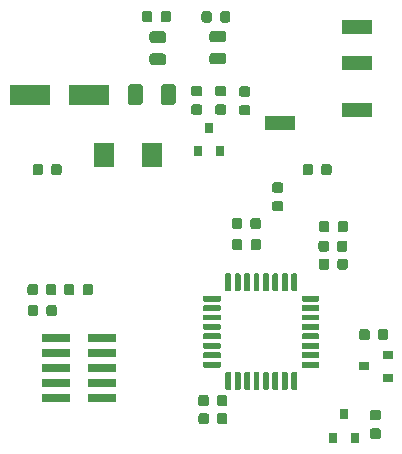
<source format=gbr>
G04 #@! TF.GenerationSoftware,KiCad,Pcbnew,5.1.5*
G04 #@! TF.CreationDate,2020-02-17T14:33:41-05:00*
G04 #@! TF.ProjectId,stm32,73746d33-322e-46b6-9963-61645f706362,B*
G04 #@! TF.SameCoordinates,Original*
G04 #@! TF.FileFunction,Paste,Top*
G04 #@! TF.FilePolarity,Positive*
%FSLAX46Y46*%
G04 Gerber Fmt 4.6, Leading zero omitted, Abs format (unit mm)*
G04 Created by KiCad (PCBNEW 5.1.5) date 2020-02-17 14:33:41*
%MOMM*%
%LPD*%
G04 APERTURE LIST*
%ADD10C,0.100000*%
%ADD11R,3.500000X1.800000*%
%ADD12R,2.400000X0.740000*%
%ADD13R,2.500000X1.200000*%
%ADD14R,0.800000X0.900000*%
%ADD15R,0.900000X0.800000*%
%ADD16R,1.778000X2.159000*%
G04 APERTURE END LIST*
D10*
G36*
X135779252Y-84483602D02*
G01*
X135791386Y-84485402D01*
X135803286Y-84488382D01*
X135814835Y-84492515D01*
X135825925Y-84497760D01*
X135836446Y-84504066D01*
X135846299Y-84511374D01*
X135855388Y-84519612D01*
X135863626Y-84528701D01*
X135870934Y-84538554D01*
X135877240Y-84549075D01*
X135882485Y-84560165D01*
X135886618Y-84571714D01*
X135889598Y-84583614D01*
X135891398Y-84595748D01*
X135892000Y-84608000D01*
X135892000Y-85858000D01*
X135891398Y-85870252D01*
X135889598Y-85882386D01*
X135886618Y-85894286D01*
X135882485Y-85905835D01*
X135877240Y-85916925D01*
X135870934Y-85927446D01*
X135863626Y-85937299D01*
X135855388Y-85946388D01*
X135846299Y-85954626D01*
X135836446Y-85961934D01*
X135825925Y-85968240D01*
X135814835Y-85973485D01*
X135803286Y-85977618D01*
X135791386Y-85980598D01*
X135779252Y-85982398D01*
X135767000Y-85983000D01*
X135517000Y-85983000D01*
X135504748Y-85982398D01*
X135492614Y-85980598D01*
X135480714Y-85977618D01*
X135469165Y-85973485D01*
X135458075Y-85968240D01*
X135447554Y-85961934D01*
X135437701Y-85954626D01*
X135428612Y-85946388D01*
X135420374Y-85937299D01*
X135413066Y-85927446D01*
X135406760Y-85916925D01*
X135401515Y-85905835D01*
X135397382Y-85894286D01*
X135394402Y-85882386D01*
X135392602Y-85870252D01*
X135392000Y-85858000D01*
X135392000Y-84608000D01*
X135392602Y-84595748D01*
X135394402Y-84583614D01*
X135397382Y-84571714D01*
X135401515Y-84560165D01*
X135406760Y-84549075D01*
X135413066Y-84538554D01*
X135420374Y-84528701D01*
X135428612Y-84519612D01*
X135437701Y-84511374D01*
X135447554Y-84504066D01*
X135458075Y-84497760D01*
X135469165Y-84492515D01*
X135480714Y-84488382D01*
X135492614Y-84485402D01*
X135504748Y-84483602D01*
X135517000Y-84483000D01*
X135767000Y-84483000D01*
X135779252Y-84483602D01*
G37*
G36*
X134979252Y-84483602D02*
G01*
X134991386Y-84485402D01*
X135003286Y-84488382D01*
X135014835Y-84492515D01*
X135025925Y-84497760D01*
X135036446Y-84504066D01*
X135046299Y-84511374D01*
X135055388Y-84519612D01*
X135063626Y-84528701D01*
X135070934Y-84538554D01*
X135077240Y-84549075D01*
X135082485Y-84560165D01*
X135086618Y-84571714D01*
X135089598Y-84583614D01*
X135091398Y-84595748D01*
X135092000Y-84608000D01*
X135092000Y-85858000D01*
X135091398Y-85870252D01*
X135089598Y-85882386D01*
X135086618Y-85894286D01*
X135082485Y-85905835D01*
X135077240Y-85916925D01*
X135070934Y-85927446D01*
X135063626Y-85937299D01*
X135055388Y-85946388D01*
X135046299Y-85954626D01*
X135036446Y-85961934D01*
X135025925Y-85968240D01*
X135014835Y-85973485D01*
X135003286Y-85977618D01*
X134991386Y-85980598D01*
X134979252Y-85982398D01*
X134967000Y-85983000D01*
X134717000Y-85983000D01*
X134704748Y-85982398D01*
X134692614Y-85980598D01*
X134680714Y-85977618D01*
X134669165Y-85973485D01*
X134658075Y-85968240D01*
X134647554Y-85961934D01*
X134637701Y-85954626D01*
X134628612Y-85946388D01*
X134620374Y-85937299D01*
X134613066Y-85927446D01*
X134606760Y-85916925D01*
X134601515Y-85905835D01*
X134597382Y-85894286D01*
X134594402Y-85882386D01*
X134592602Y-85870252D01*
X134592000Y-85858000D01*
X134592000Y-84608000D01*
X134592602Y-84595748D01*
X134594402Y-84583614D01*
X134597382Y-84571714D01*
X134601515Y-84560165D01*
X134606760Y-84549075D01*
X134613066Y-84538554D01*
X134620374Y-84528701D01*
X134628612Y-84519612D01*
X134637701Y-84511374D01*
X134647554Y-84504066D01*
X134658075Y-84497760D01*
X134669165Y-84492515D01*
X134680714Y-84488382D01*
X134692614Y-84485402D01*
X134704748Y-84483602D01*
X134717000Y-84483000D01*
X134967000Y-84483000D01*
X134979252Y-84483602D01*
G37*
G36*
X134179252Y-84483602D02*
G01*
X134191386Y-84485402D01*
X134203286Y-84488382D01*
X134214835Y-84492515D01*
X134225925Y-84497760D01*
X134236446Y-84504066D01*
X134246299Y-84511374D01*
X134255388Y-84519612D01*
X134263626Y-84528701D01*
X134270934Y-84538554D01*
X134277240Y-84549075D01*
X134282485Y-84560165D01*
X134286618Y-84571714D01*
X134289598Y-84583614D01*
X134291398Y-84595748D01*
X134292000Y-84608000D01*
X134292000Y-85858000D01*
X134291398Y-85870252D01*
X134289598Y-85882386D01*
X134286618Y-85894286D01*
X134282485Y-85905835D01*
X134277240Y-85916925D01*
X134270934Y-85927446D01*
X134263626Y-85937299D01*
X134255388Y-85946388D01*
X134246299Y-85954626D01*
X134236446Y-85961934D01*
X134225925Y-85968240D01*
X134214835Y-85973485D01*
X134203286Y-85977618D01*
X134191386Y-85980598D01*
X134179252Y-85982398D01*
X134167000Y-85983000D01*
X133917000Y-85983000D01*
X133904748Y-85982398D01*
X133892614Y-85980598D01*
X133880714Y-85977618D01*
X133869165Y-85973485D01*
X133858075Y-85968240D01*
X133847554Y-85961934D01*
X133837701Y-85954626D01*
X133828612Y-85946388D01*
X133820374Y-85937299D01*
X133813066Y-85927446D01*
X133806760Y-85916925D01*
X133801515Y-85905835D01*
X133797382Y-85894286D01*
X133794402Y-85882386D01*
X133792602Y-85870252D01*
X133792000Y-85858000D01*
X133792000Y-84608000D01*
X133792602Y-84595748D01*
X133794402Y-84583614D01*
X133797382Y-84571714D01*
X133801515Y-84560165D01*
X133806760Y-84549075D01*
X133813066Y-84538554D01*
X133820374Y-84528701D01*
X133828612Y-84519612D01*
X133837701Y-84511374D01*
X133847554Y-84504066D01*
X133858075Y-84497760D01*
X133869165Y-84492515D01*
X133880714Y-84488382D01*
X133892614Y-84485402D01*
X133904748Y-84483602D01*
X133917000Y-84483000D01*
X134167000Y-84483000D01*
X134179252Y-84483602D01*
G37*
G36*
X133379252Y-84483602D02*
G01*
X133391386Y-84485402D01*
X133403286Y-84488382D01*
X133414835Y-84492515D01*
X133425925Y-84497760D01*
X133436446Y-84504066D01*
X133446299Y-84511374D01*
X133455388Y-84519612D01*
X133463626Y-84528701D01*
X133470934Y-84538554D01*
X133477240Y-84549075D01*
X133482485Y-84560165D01*
X133486618Y-84571714D01*
X133489598Y-84583614D01*
X133491398Y-84595748D01*
X133492000Y-84608000D01*
X133492000Y-85858000D01*
X133491398Y-85870252D01*
X133489598Y-85882386D01*
X133486618Y-85894286D01*
X133482485Y-85905835D01*
X133477240Y-85916925D01*
X133470934Y-85927446D01*
X133463626Y-85937299D01*
X133455388Y-85946388D01*
X133446299Y-85954626D01*
X133436446Y-85961934D01*
X133425925Y-85968240D01*
X133414835Y-85973485D01*
X133403286Y-85977618D01*
X133391386Y-85980598D01*
X133379252Y-85982398D01*
X133367000Y-85983000D01*
X133117000Y-85983000D01*
X133104748Y-85982398D01*
X133092614Y-85980598D01*
X133080714Y-85977618D01*
X133069165Y-85973485D01*
X133058075Y-85968240D01*
X133047554Y-85961934D01*
X133037701Y-85954626D01*
X133028612Y-85946388D01*
X133020374Y-85937299D01*
X133013066Y-85927446D01*
X133006760Y-85916925D01*
X133001515Y-85905835D01*
X132997382Y-85894286D01*
X132994402Y-85882386D01*
X132992602Y-85870252D01*
X132992000Y-85858000D01*
X132992000Y-84608000D01*
X132992602Y-84595748D01*
X132994402Y-84583614D01*
X132997382Y-84571714D01*
X133001515Y-84560165D01*
X133006760Y-84549075D01*
X133013066Y-84538554D01*
X133020374Y-84528701D01*
X133028612Y-84519612D01*
X133037701Y-84511374D01*
X133047554Y-84504066D01*
X133058075Y-84497760D01*
X133069165Y-84492515D01*
X133080714Y-84488382D01*
X133092614Y-84485402D01*
X133104748Y-84483602D01*
X133117000Y-84483000D01*
X133367000Y-84483000D01*
X133379252Y-84483602D01*
G37*
G36*
X132579252Y-84483602D02*
G01*
X132591386Y-84485402D01*
X132603286Y-84488382D01*
X132614835Y-84492515D01*
X132625925Y-84497760D01*
X132636446Y-84504066D01*
X132646299Y-84511374D01*
X132655388Y-84519612D01*
X132663626Y-84528701D01*
X132670934Y-84538554D01*
X132677240Y-84549075D01*
X132682485Y-84560165D01*
X132686618Y-84571714D01*
X132689598Y-84583614D01*
X132691398Y-84595748D01*
X132692000Y-84608000D01*
X132692000Y-85858000D01*
X132691398Y-85870252D01*
X132689598Y-85882386D01*
X132686618Y-85894286D01*
X132682485Y-85905835D01*
X132677240Y-85916925D01*
X132670934Y-85927446D01*
X132663626Y-85937299D01*
X132655388Y-85946388D01*
X132646299Y-85954626D01*
X132636446Y-85961934D01*
X132625925Y-85968240D01*
X132614835Y-85973485D01*
X132603286Y-85977618D01*
X132591386Y-85980598D01*
X132579252Y-85982398D01*
X132567000Y-85983000D01*
X132317000Y-85983000D01*
X132304748Y-85982398D01*
X132292614Y-85980598D01*
X132280714Y-85977618D01*
X132269165Y-85973485D01*
X132258075Y-85968240D01*
X132247554Y-85961934D01*
X132237701Y-85954626D01*
X132228612Y-85946388D01*
X132220374Y-85937299D01*
X132213066Y-85927446D01*
X132206760Y-85916925D01*
X132201515Y-85905835D01*
X132197382Y-85894286D01*
X132194402Y-85882386D01*
X132192602Y-85870252D01*
X132192000Y-85858000D01*
X132192000Y-84608000D01*
X132192602Y-84595748D01*
X132194402Y-84583614D01*
X132197382Y-84571714D01*
X132201515Y-84560165D01*
X132206760Y-84549075D01*
X132213066Y-84538554D01*
X132220374Y-84528701D01*
X132228612Y-84519612D01*
X132237701Y-84511374D01*
X132247554Y-84504066D01*
X132258075Y-84497760D01*
X132269165Y-84492515D01*
X132280714Y-84488382D01*
X132292614Y-84485402D01*
X132304748Y-84483602D01*
X132317000Y-84483000D01*
X132567000Y-84483000D01*
X132579252Y-84483602D01*
G37*
G36*
X131779252Y-84483602D02*
G01*
X131791386Y-84485402D01*
X131803286Y-84488382D01*
X131814835Y-84492515D01*
X131825925Y-84497760D01*
X131836446Y-84504066D01*
X131846299Y-84511374D01*
X131855388Y-84519612D01*
X131863626Y-84528701D01*
X131870934Y-84538554D01*
X131877240Y-84549075D01*
X131882485Y-84560165D01*
X131886618Y-84571714D01*
X131889598Y-84583614D01*
X131891398Y-84595748D01*
X131892000Y-84608000D01*
X131892000Y-85858000D01*
X131891398Y-85870252D01*
X131889598Y-85882386D01*
X131886618Y-85894286D01*
X131882485Y-85905835D01*
X131877240Y-85916925D01*
X131870934Y-85927446D01*
X131863626Y-85937299D01*
X131855388Y-85946388D01*
X131846299Y-85954626D01*
X131836446Y-85961934D01*
X131825925Y-85968240D01*
X131814835Y-85973485D01*
X131803286Y-85977618D01*
X131791386Y-85980598D01*
X131779252Y-85982398D01*
X131767000Y-85983000D01*
X131517000Y-85983000D01*
X131504748Y-85982398D01*
X131492614Y-85980598D01*
X131480714Y-85977618D01*
X131469165Y-85973485D01*
X131458075Y-85968240D01*
X131447554Y-85961934D01*
X131437701Y-85954626D01*
X131428612Y-85946388D01*
X131420374Y-85937299D01*
X131413066Y-85927446D01*
X131406760Y-85916925D01*
X131401515Y-85905835D01*
X131397382Y-85894286D01*
X131394402Y-85882386D01*
X131392602Y-85870252D01*
X131392000Y-85858000D01*
X131392000Y-84608000D01*
X131392602Y-84595748D01*
X131394402Y-84583614D01*
X131397382Y-84571714D01*
X131401515Y-84560165D01*
X131406760Y-84549075D01*
X131413066Y-84538554D01*
X131420374Y-84528701D01*
X131428612Y-84519612D01*
X131437701Y-84511374D01*
X131447554Y-84504066D01*
X131458075Y-84497760D01*
X131469165Y-84492515D01*
X131480714Y-84488382D01*
X131492614Y-84485402D01*
X131504748Y-84483602D01*
X131517000Y-84483000D01*
X131767000Y-84483000D01*
X131779252Y-84483602D01*
G37*
G36*
X130979252Y-84483602D02*
G01*
X130991386Y-84485402D01*
X131003286Y-84488382D01*
X131014835Y-84492515D01*
X131025925Y-84497760D01*
X131036446Y-84504066D01*
X131046299Y-84511374D01*
X131055388Y-84519612D01*
X131063626Y-84528701D01*
X131070934Y-84538554D01*
X131077240Y-84549075D01*
X131082485Y-84560165D01*
X131086618Y-84571714D01*
X131089598Y-84583614D01*
X131091398Y-84595748D01*
X131092000Y-84608000D01*
X131092000Y-85858000D01*
X131091398Y-85870252D01*
X131089598Y-85882386D01*
X131086618Y-85894286D01*
X131082485Y-85905835D01*
X131077240Y-85916925D01*
X131070934Y-85927446D01*
X131063626Y-85937299D01*
X131055388Y-85946388D01*
X131046299Y-85954626D01*
X131036446Y-85961934D01*
X131025925Y-85968240D01*
X131014835Y-85973485D01*
X131003286Y-85977618D01*
X130991386Y-85980598D01*
X130979252Y-85982398D01*
X130967000Y-85983000D01*
X130717000Y-85983000D01*
X130704748Y-85982398D01*
X130692614Y-85980598D01*
X130680714Y-85977618D01*
X130669165Y-85973485D01*
X130658075Y-85968240D01*
X130647554Y-85961934D01*
X130637701Y-85954626D01*
X130628612Y-85946388D01*
X130620374Y-85937299D01*
X130613066Y-85927446D01*
X130606760Y-85916925D01*
X130601515Y-85905835D01*
X130597382Y-85894286D01*
X130594402Y-85882386D01*
X130592602Y-85870252D01*
X130592000Y-85858000D01*
X130592000Y-84608000D01*
X130592602Y-84595748D01*
X130594402Y-84583614D01*
X130597382Y-84571714D01*
X130601515Y-84560165D01*
X130606760Y-84549075D01*
X130613066Y-84538554D01*
X130620374Y-84528701D01*
X130628612Y-84519612D01*
X130637701Y-84511374D01*
X130647554Y-84504066D01*
X130658075Y-84497760D01*
X130669165Y-84492515D01*
X130680714Y-84488382D01*
X130692614Y-84485402D01*
X130704748Y-84483602D01*
X130717000Y-84483000D01*
X130967000Y-84483000D01*
X130979252Y-84483602D01*
G37*
G36*
X130179252Y-84483602D02*
G01*
X130191386Y-84485402D01*
X130203286Y-84488382D01*
X130214835Y-84492515D01*
X130225925Y-84497760D01*
X130236446Y-84504066D01*
X130246299Y-84511374D01*
X130255388Y-84519612D01*
X130263626Y-84528701D01*
X130270934Y-84538554D01*
X130277240Y-84549075D01*
X130282485Y-84560165D01*
X130286618Y-84571714D01*
X130289598Y-84583614D01*
X130291398Y-84595748D01*
X130292000Y-84608000D01*
X130292000Y-85858000D01*
X130291398Y-85870252D01*
X130289598Y-85882386D01*
X130286618Y-85894286D01*
X130282485Y-85905835D01*
X130277240Y-85916925D01*
X130270934Y-85927446D01*
X130263626Y-85937299D01*
X130255388Y-85946388D01*
X130246299Y-85954626D01*
X130236446Y-85961934D01*
X130225925Y-85968240D01*
X130214835Y-85973485D01*
X130203286Y-85977618D01*
X130191386Y-85980598D01*
X130179252Y-85982398D01*
X130167000Y-85983000D01*
X129917000Y-85983000D01*
X129904748Y-85982398D01*
X129892614Y-85980598D01*
X129880714Y-85977618D01*
X129869165Y-85973485D01*
X129858075Y-85968240D01*
X129847554Y-85961934D01*
X129837701Y-85954626D01*
X129828612Y-85946388D01*
X129820374Y-85937299D01*
X129813066Y-85927446D01*
X129806760Y-85916925D01*
X129801515Y-85905835D01*
X129797382Y-85894286D01*
X129794402Y-85882386D01*
X129792602Y-85870252D01*
X129792000Y-85858000D01*
X129792000Y-84608000D01*
X129792602Y-84595748D01*
X129794402Y-84583614D01*
X129797382Y-84571714D01*
X129801515Y-84560165D01*
X129806760Y-84549075D01*
X129813066Y-84538554D01*
X129820374Y-84528701D01*
X129828612Y-84519612D01*
X129837701Y-84511374D01*
X129847554Y-84504066D01*
X129858075Y-84497760D01*
X129869165Y-84492515D01*
X129880714Y-84488382D01*
X129892614Y-84485402D01*
X129904748Y-84483602D01*
X129917000Y-84483000D01*
X130167000Y-84483000D01*
X130179252Y-84483602D01*
G37*
G36*
X129304252Y-86358602D02*
G01*
X129316386Y-86360402D01*
X129328286Y-86363382D01*
X129339835Y-86367515D01*
X129350925Y-86372760D01*
X129361446Y-86379066D01*
X129371299Y-86386374D01*
X129380388Y-86394612D01*
X129388626Y-86403701D01*
X129395934Y-86413554D01*
X129402240Y-86424075D01*
X129407485Y-86435165D01*
X129411618Y-86446714D01*
X129414598Y-86458614D01*
X129416398Y-86470748D01*
X129417000Y-86483000D01*
X129417000Y-86733000D01*
X129416398Y-86745252D01*
X129414598Y-86757386D01*
X129411618Y-86769286D01*
X129407485Y-86780835D01*
X129402240Y-86791925D01*
X129395934Y-86802446D01*
X129388626Y-86812299D01*
X129380388Y-86821388D01*
X129371299Y-86829626D01*
X129361446Y-86836934D01*
X129350925Y-86843240D01*
X129339835Y-86848485D01*
X129328286Y-86852618D01*
X129316386Y-86855598D01*
X129304252Y-86857398D01*
X129292000Y-86858000D01*
X128042000Y-86858000D01*
X128029748Y-86857398D01*
X128017614Y-86855598D01*
X128005714Y-86852618D01*
X127994165Y-86848485D01*
X127983075Y-86843240D01*
X127972554Y-86836934D01*
X127962701Y-86829626D01*
X127953612Y-86821388D01*
X127945374Y-86812299D01*
X127938066Y-86802446D01*
X127931760Y-86791925D01*
X127926515Y-86780835D01*
X127922382Y-86769286D01*
X127919402Y-86757386D01*
X127917602Y-86745252D01*
X127917000Y-86733000D01*
X127917000Y-86483000D01*
X127917602Y-86470748D01*
X127919402Y-86458614D01*
X127922382Y-86446714D01*
X127926515Y-86435165D01*
X127931760Y-86424075D01*
X127938066Y-86413554D01*
X127945374Y-86403701D01*
X127953612Y-86394612D01*
X127962701Y-86386374D01*
X127972554Y-86379066D01*
X127983075Y-86372760D01*
X127994165Y-86367515D01*
X128005714Y-86363382D01*
X128017614Y-86360402D01*
X128029748Y-86358602D01*
X128042000Y-86358000D01*
X129292000Y-86358000D01*
X129304252Y-86358602D01*
G37*
G36*
X129304252Y-87158602D02*
G01*
X129316386Y-87160402D01*
X129328286Y-87163382D01*
X129339835Y-87167515D01*
X129350925Y-87172760D01*
X129361446Y-87179066D01*
X129371299Y-87186374D01*
X129380388Y-87194612D01*
X129388626Y-87203701D01*
X129395934Y-87213554D01*
X129402240Y-87224075D01*
X129407485Y-87235165D01*
X129411618Y-87246714D01*
X129414598Y-87258614D01*
X129416398Y-87270748D01*
X129417000Y-87283000D01*
X129417000Y-87533000D01*
X129416398Y-87545252D01*
X129414598Y-87557386D01*
X129411618Y-87569286D01*
X129407485Y-87580835D01*
X129402240Y-87591925D01*
X129395934Y-87602446D01*
X129388626Y-87612299D01*
X129380388Y-87621388D01*
X129371299Y-87629626D01*
X129361446Y-87636934D01*
X129350925Y-87643240D01*
X129339835Y-87648485D01*
X129328286Y-87652618D01*
X129316386Y-87655598D01*
X129304252Y-87657398D01*
X129292000Y-87658000D01*
X128042000Y-87658000D01*
X128029748Y-87657398D01*
X128017614Y-87655598D01*
X128005714Y-87652618D01*
X127994165Y-87648485D01*
X127983075Y-87643240D01*
X127972554Y-87636934D01*
X127962701Y-87629626D01*
X127953612Y-87621388D01*
X127945374Y-87612299D01*
X127938066Y-87602446D01*
X127931760Y-87591925D01*
X127926515Y-87580835D01*
X127922382Y-87569286D01*
X127919402Y-87557386D01*
X127917602Y-87545252D01*
X127917000Y-87533000D01*
X127917000Y-87283000D01*
X127917602Y-87270748D01*
X127919402Y-87258614D01*
X127922382Y-87246714D01*
X127926515Y-87235165D01*
X127931760Y-87224075D01*
X127938066Y-87213554D01*
X127945374Y-87203701D01*
X127953612Y-87194612D01*
X127962701Y-87186374D01*
X127972554Y-87179066D01*
X127983075Y-87172760D01*
X127994165Y-87167515D01*
X128005714Y-87163382D01*
X128017614Y-87160402D01*
X128029748Y-87158602D01*
X128042000Y-87158000D01*
X129292000Y-87158000D01*
X129304252Y-87158602D01*
G37*
G36*
X129304252Y-87958602D02*
G01*
X129316386Y-87960402D01*
X129328286Y-87963382D01*
X129339835Y-87967515D01*
X129350925Y-87972760D01*
X129361446Y-87979066D01*
X129371299Y-87986374D01*
X129380388Y-87994612D01*
X129388626Y-88003701D01*
X129395934Y-88013554D01*
X129402240Y-88024075D01*
X129407485Y-88035165D01*
X129411618Y-88046714D01*
X129414598Y-88058614D01*
X129416398Y-88070748D01*
X129417000Y-88083000D01*
X129417000Y-88333000D01*
X129416398Y-88345252D01*
X129414598Y-88357386D01*
X129411618Y-88369286D01*
X129407485Y-88380835D01*
X129402240Y-88391925D01*
X129395934Y-88402446D01*
X129388626Y-88412299D01*
X129380388Y-88421388D01*
X129371299Y-88429626D01*
X129361446Y-88436934D01*
X129350925Y-88443240D01*
X129339835Y-88448485D01*
X129328286Y-88452618D01*
X129316386Y-88455598D01*
X129304252Y-88457398D01*
X129292000Y-88458000D01*
X128042000Y-88458000D01*
X128029748Y-88457398D01*
X128017614Y-88455598D01*
X128005714Y-88452618D01*
X127994165Y-88448485D01*
X127983075Y-88443240D01*
X127972554Y-88436934D01*
X127962701Y-88429626D01*
X127953612Y-88421388D01*
X127945374Y-88412299D01*
X127938066Y-88402446D01*
X127931760Y-88391925D01*
X127926515Y-88380835D01*
X127922382Y-88369286D01*
X127919402Y-88357386D01*
X127917602Y-88345252D01*
X127917000Y-88333000D01*
X127917000Y-88083000D01*
X127917602Y-88070748D01*
X127919402Y-88058614D01*
X127922382Y-88046714D01*
X127926515Y-88035165D01*
X127931760Y-88024075D01*
X127938066Y-88013554D01*
X127945374Y-88003701D01*
X127953612Y-87994612D01*
X127962701Y-87986374D01*
X127972554Y-87979066D01*
X127983075Y-87972760D01*
X127994165Y-87967515D01*
X128005714Y-87963382D01*
X128017614Y-87960402D01*
X128029748Y-87958602D01*
X128042000Y-87958000D01*
X129292000Y-87958000D01*
X129304252Y-87958602D01*
G37*
G36*
X129304252Y-88758602D02*
G01*
X129316386Y-88760402D01*
X129328286Y-88763382D01*
X129339835Y-88767515D01*
X129350925Y-88772760D01*
X129361446Y-88779066D01*
X129371299Y-88786374D01*
X129380388Y-88794612D01*
X129388626Y-88803701D01*
X129395934Y-88813554D01*
X129402240Y-88824075D01*
X129407485Y-88835165D01*
X129411618Y-88846714D01*
X129414598Y-88858614D01*
X129416398Y-88870748D01*
X129417000Y-88883000D01*
X129417000Y-89133000D01*
X129416398Y-89145252D01*
X129414598Y-89157386D01*
X129411618Y-89169286D01*
X129407485Y-89180835D01*
X129402240Y-89191925D01*
X129395934Y-89202446D01*
X129388626Y-89212299D01*
X129380388Y-89221388D01*
X129371299Y-89229626D01*
X129361446Y-89236934D01*
X129350925Y-89243240D01*
X129339835Y-89248485D01*
X129328286Y-89252618D01*
X129316386Y-89255598D01*
X129304252Y-89257398D01*
X129292000Y-89258000D01*
X128042000Y-89258000D01*
X128029748Y-89257398D01*
X128017614Y-89255598D01*
X128005714Y-89252618D01*
X127994165Y-89248485D01*
X127983075Y-89243240D01*
X127972554Y-89236934D01*
X127962701Y-89229626D01*
X127953612Y-89221388D01*
X127945374Y-89212299D01*
X127938066Y-89202446D01*
X127931760Y-89191925D01*
X127926515Y-89180835D01*
X127922382Y-89169286D01*
X127919402Y-89157386D01*
X127917602Y-89145252D01*
X127917000Y-89133000D01*
X127917000Y-88883000D01*
X127917602Y-88870748D01*
X127919402Y-88858614D01*
X127922382Y-88846714D01*
X127926515Y-88835165D01*
X127931760Y-88824075D01*
X127938066Y-88813554D01*
X127945374Y-88803701D01*
X127953612Y-88794612D01*
X127962701Y-88786374D01*
X127972554Y-88779066D01*
X127983075Y-88772760D01*
X127994165Y-88767515D01*
X128005714Y-88763382D01*
X128017614Y-88760402D01*
X128029748Y-88758602D01*
X128042000Y-88758000D01*
X129292000Y-88758000D01*
X129304252Y-88758602D01*
G37*
G36*
X129304252Y-89558602D02*
G01*
X129316386Y-89560402D01*
X129328286Y-89563382D01*
X129339835Y-89567515D01*
X129350925Y-89572760D01*
X129361446Y-89579066D01*
X129371299Y-89586374D01*
X129380388Y-89594612D01*
X129388626Y-89603701D01*
X129395934Y-89613554D01*
X129402240Y-89624075D01*
X129407485Y-89635165D01*
X129411618Y-89646714D01*
X129414598Y-89658614D01*
X129416398Y-89670748D01*
X129417000Y-89683000D01*
X129417000Y-89933000D01*
X129416398Y-89945252D01*
X129414598Y-89957386D01*
X129411618Y-89969286D01*
X129407485Y-89980835D01*
X129402240Y-89991925D01*
X129395934Y-90002446D01*
X129388626Y-90012299D01*
X129380388Y-90021388D01*
X129371299Y-90029626D01*
X129361446Y-90036934D01*
X129350925Y-90043240D01*
X129339835Y-90048485D01*
X129328286Y-90052618D01*
X129316386Y-90055598D01*
X129304252Y-90057398D01*
X129292000Y-90058000D01*
X128042000Y-90058000D01*
X128029748Y-90057398D01*
X128017614Y-90055598D01*
X128005714Y-90052618D01*
X127994165Y-90048485D01*
X127983075Y-90043240D01*
X127972554Y-90036934D01*
X127962701Y-90029626D01*
X127953612Y-90021388D01*
X127945374Y-90012299D01*
X127938066Y-90002446D01*
X127931760Y-89991925D01*
X127926515Y-89980835D01*
X127922382Y-89969286D01*
X127919402Y-89957386D01*
X127917602Y-89945252D01*
X127917000Y-89933000D01*
X127917000Y-89683000D01*
X127917602Y-89670748D01*
X127919402Y-89658614D01*
X127922382Y-89646714D01*
X127926515Y-89635165D01*
X127931760Y-89624075D01*
X127938066Y-89613554D01*
X127945374Y-89603701D01*
X127953612Y-89594612D01*
X127962701Y-89586374D01*
X127972554Y-89579066D01*
X127983075Y-89572760D01*
X127994165Y-89567515D01*
X128005714Y-89563382D01*
X128017614Y-89560402D01*
X128029748Y-89558602D01*
X128042000Y-89558000D01*
X129292000Y-89558000D01*
X129304252Y-89558602D01*
G37*
G36*
X129304252Y-90358602D02*
G01*
X129316386Y-90360402D01*
X129328286Y-90363382D01*
X129339835Y-90367515D01*
X129350925Y-90372760D01*
X129361446Y-90379066D01*
X129371299Y-90386374D01*
X129380388Y-90394612D01*
X129388626Y-90403701D01*
X129395934Y-90413554D01*
X129402240Y-90424075D01*
X129407485Y-90435165D01*
X129411618Y-90446714D01*
X129414598Y-90458614D01*
X129416398Y-90470748D01*
X129417000Y-90483000D01*
X129417000Y-90733000D01*
X129416398Y-90745252D01*
X129414598Y-90757386D01*
X129411618Y-90769286D01*
X129407485Y-90780835D01*
X129402240Y-90791925D01*
X129395934Y-90802446D01*
X129388626Y-90812299D01*
X129380388Y-90821388D01*
X129371299Y-90829626D01*
X129361446Y-90836934D01*
X129350925Y-90843240D01*
X129339835Y-90848485D01*
X129328286Y-90852618D01*
X129316386Y-90855598D01*
X129304252Y-90857398D01*
X129292000Y-90858000D01*
X128042000Y-90858000D01*
X128029748Y-90857398D01*
X128017614Y-90855598D01*
X128005714Y-90852618D01*
X127994165Y-90848485D01*
X127983075Y-90843240D01*
X127972554Y-90836934D01*
X127962701Y-90829626D01*
X127953612Y-90821388D01*
X127945374Y-90812299D01*
X127938066Y-90802446D01*
X127931760Y-90791925D01*
X127926515Y-90780835D01*
X127922382Y-90769286D01*
X127919402Y-90757386D01*
X127917602Y-90745252D01*
X127917000Y-90733000D01*
X127917000Y-90483000D01*
X127917602Y-90470748D01*
X127919402Y-90458614D01*
X127922382Y-90446714D01*
X127926515Y-90435165D01*
X127931760Y-90424075D01*
X127938066Y-90413554D01*
X127945374Y-90403701D01*
X127953612Y-90394612D01*
X127962701Y-90386374D01*
X127972554Y-90379066D01*
X127983075Y-90372760D01*
X127994165Y-90367515D01*
X128005714Y-90363382D01*
X128017614Y-90360402D01*
X128029748Y-90358602D01*
X128042000Y-90358000D01*
X129292000Y-90358000D01*
X129304252Y-90358602D01*
G37*
G36*
X129304252Y-91158602D02*
G01*
X129316386Y-91160402D01*
X129328286Y-91163382D01*
X129339835Y-91167515D01*
X129350925Y-91172760D01*
X129361446Y-91179066D01*
X129371299Y-91186374D01*
X129380388Y-91194612D01*
X129388626Y-91203701D01*
X129395934Y-91213554D01*
X129402240Y-91224075D01*
X129407485Y-91235165D01*
X129411618Y-91246714D01*
X129414598Y-91258614D01*
X129416398Y-91270748D01*
X129417000Y-91283000D01*
X129417000Y-91533000D01*
X129416398Y-91545252D01*
X129414598Y-91557386D01*
X129411618Y-91569286D01*
X129407485Y-91580835D01*
X129402240Y-91591925D01*
X129395934Y-91602446D01*
X129388626Y-91612299D01*
X129380388Y-91621388D01*
X129371299Y-91629626D01*
X129361446Y-91636934D01*
X129350925Y-91643240D01*
X129339835Y-91648485D01*
X129328286Y-91652618D01*
X129316386Y-91655598D01*
X129304252Y-91657398D01*
X129292000Y-91658000D01*
X128042000Y-91658000D01*
X128029748Y-91657398D01*
X128017614Y-91655598D01*
X128005714Y-91652618D01*
X127994165Y-91648485D01*
X127983075Y-91643240D01*
X127972554Y-91636934D01*
X127962701Y-91629626D01*
X127953612Y-91621388D01*
X127945374Y-91612299D01*
X127938066Y-91602446D01*
X127931760Y-91591925D01*
X127926515Y-91580835D01*
X127922382Y-91569286D01*
X127919402Y-91557386D01*
X127917602Y-91545252D01*
X127917000Y-91533000D01*
X127917000Y-91283000D01*
X127917602Y-91270748D01*
X127919402Y-91258614D01*
X127922382Y-91246714D01*
X127926515Y-91235165D01*
X127931760Y-91224075D01*
X127938066Y-91213554D01*
X127945374Y-91203701D01*
X127953612Y-91194612D01*
X127962701Y-91186374D01*
X127972554Y-91179066D01*
X127983075Y-91172760D01*
X127994165Y-91167515D01*
X128005714Y-91163382D01*
X128017614Y-91160402D01*
X128029748Y-91158602D01*
X128042000Y-91158000D01*
X129292000Y-91158000D01*
X129304252Y-91158602D01*
G37*
G36*
X129304252Y-91958602D02*
G01*
X129316386Y-91960402D01*
X129328286Y-91963382D01*
X129339835Y-91967515D01*
X129350925Y-91972760D01*
X129361446Y-91979066D01*
X129371299Y-91986374D01*
X129380388Y-91994612D01*
X129388626Y-92003701D01*
X129395934Y-92013554D01*
X129402240Y-92024075D01*
X129407485Y-92035165D01*
X129411618Y-92046714D01*
X129414598Y-92058614D01*
X129416398Y-92070748D01*
X129417000Y-92083000D01*
X129417000Y-92333000D01*
X129416398Y-92345252D01*
X129414598Y-92357386D01*
X129411618Y-92369286D01*
X129407485Y-92380835D01*
X129402240Y-92391925D01*
X129395934Y-92402446D01*
X129388626Y-92412299D01*
X129380388Y-92421388D01*
X129371299Y-92429626D01*
X129361446Y-92436934D01*
X129350925Y-92443240D01*
X129339835Y-92448485D01*
X129328286Y-92452618D01*
X129316386Y-92455598D01*
X129304252Y-92457398D01*
X129292000Y-92458000D01*
X128042000Y-92458000D01*
X128029748Y-92457398D01*
X128017614Y-92455598D01*
X128005714Y-92452618D01*
X127994165Y-92448485D01*
X127983075Y-92443240D01*
X127972554Y-92436934D01*
X127962701Y-92429626D01*
X127953612Y-92421388D01*
X127945374Y-92412299D01*
X127938066Y-92402446D01*
X127931760Y-92391925D01*
X127926515Y-92380835D01*
X127922382Y-92369286D01*
X127919402Y-92357386D01*
X127917602Y-92345252D01*
X127917000Y-92333000D01*
X127917000Y-92083000D01*
X127917602Y-92070748D01*
X127919402Y-92058614D01*
X127922382Y-92046714D01*
X127926515Y-92035165D01*
X127931760Y-92024075D01*
X127938066Y-92013554D01*
X127945374Y-92003701D01*
X127953612Y-91994612D01*
X127962701Y-91986374D01*
X127972554Y-91979066D01*
X127983075Y-91972760D01*
X127994165Y-91967515D01*
X128005714Y-91963382D01*
X128017614Y-91960402D01*
X128029748Y-91958602D01*
X128042000Y-91958000D01*
X129292000Y-91958000D01*
X129304252Y-91958602D01*
G37*
G36*
X130179252Y-92833602D02*
G01*
X130191386Y-92835402D01*
X130203286Y-92838382D01*
X130214835Y-92842515D01*
X130225925Y-92847760D01*
X130236446Y-92854066D01*
X130246299Y-92861374D01*
X130255388Y-92869612D01*
X130263626Y-92878701D01*
X130270934Y-92888554D01*
X130277240Y-92899075D01*
X130282485Y-92910165D01*
X130286618Y-92921714D01*
X130289598Y-92933614D01*
X130291398Y-92945748D01*
X130292000Y-92958000D01*
X130292000Y-94208000D01*
X130291398Y-94220252D01*
X130289598Y-94232386D01*
X130286618Y-94244286D01*
X130282485Y-94255835D01*
X130277240Y-94266925D01*
X130270934Y-94277446D01*
X130263626Y-94287299D01*
X130255388Y-94296388D01*
X130246299Y-94304626D01*
X130236446Y-94311934D01*
X130225925Y-94318240D01*
X130214835Y-94323485D01*
X130203286Y-94327618D01*
X130191386Y-94330598D01*
X130179252Y-94332398D01*
X130167000Y-94333000D01*
X129917000Y-94333000D01*
X129904748Y-94332398D01*
X129892614Y-94330598D01*
X129880714Y-94327618D01*
X129869165Y-94323485D01*
X129858075Y-94318240D01*
X129847554Y-94311934D01*
X129837701Y-94304626D01*
X129828612Y-94296388D01*
X129820374Y-94287299D01*
X129813066Y-94277446D01*
X129806760Y-94266925D01*
X129801515Y-94255835D01*
X129797382Y-94244286D01*
X129794402Y-94232386D01*
X129792602Y-94220252D01*
X129792000Y-94208000D01*
X129792000Y-92958000D01*
X129792602Y-92945748D01*
X129794402Y-92933614D01*
X129797382Y-92921714D01*
X129801515Y-92910165D01*
X129806760Y-92899075D01*
X129813066Y-92888554D01*
X129820374Y-92878701D01*
X129828612Y-92869612D01*
X129837701Y-92861374D01*
X129847554Y-92854066D01*
X129858075Y-92847760D01*
X129869165Y-92842515D01*
X129880714Y-92838382D01*
X129892614Y-92835402D01*
X129904748Y-92833602D01*
X129917000Y-92833000D01*
X130167000Y-92833000D01*
X130179252Y-92833602D01*
G37*
G36*
X130979252Y-92833602D02*
G01*
X130991386Y-92835402D01*
X131003286Y-92838382D01*
X131014835Y-92842515D01*
X131025925Y-92847760D01*
X131036446Y-92854066D01*
X131046299Y-92861374D01*
X131055388Y-92869612D01*
X131063626Y-92878701D01*
X131070934Y-92888554D01*
X131077240Y-92899075D01*
X131082485Y-92910165D01*
X131086618Y-92921714D01*
X131089598Y-92933614D01*
X131091398Y-92945748D01*
X131092000Y-92958000D01*
X131092000Y-94208000D01*
X131091398Y-94220252D01*
X131089598Y-94232386D01*
X131086618Y-94244286D01*
X131082485Y-94255835D01*
X131077240Y-94266925D01*
X131070934Y-94277446D01*
X131063626Y-94287299D01*
X131055388Y-94296388D01*
X131046299Y-94304626D01*
X131036446Y-94311934D01*
X131025925Y-94318240D01*
X131014835Y-94323485D01*
X131003286Y-94327618D01*
X130991386Y-94330598D01*
X130979252Y-94332398D01*
X130967000Y-94333000D01*
X130717000Y-94333000D01*
X130704748Y-94332398D01*
X130692614Y-94330598D01*
X130680714Y-94327618D01*
X130669165Y-94323485D01*
X130658075Y-94318240D01*
X130647554Y-94311934D01*
X130637701Y-94304626D01*
X130628612Y-94296388D01*
X130620374Y-94287299D01*
X130613066Y-94277446D01*
X130606760Y-94266925D01*
X130601515Y-94255835D01*
X130597382Y-94244286D01*
X130594402Y-94232386D01*
X130592602Y-94220252D01*
X130592000Y-94208000D01*
X130592000Y-92958000D01*
X130592602Y-92945748D01*
X130594402Y-92933614D01*
X130597382Y-92921714D01*
X130601515Y-92910165D01*
X130606760Y-92899075D01*
X130613066Y-92888554D01*
X130620374Y-92878701D01*
X130628612Y-92869612D01*
X130637701Y-92861374D01*
X130647554Y-92854066D01*
X130658075Y-92847760D01*
X130669165Y-92842515D01*
X130680714Y-92838382D01*
X130692614Y-92835402D01*
X130704748Y-92833602D01*
X130717000Y-92833000D01*
X130967000Y-92833000D01*
X130979252Y-92833602D01*
G37*
G36*
X131779252Y-92833602D02*
G01*
X131791386Y-92835402D01*
X131803286Y-92838382D01*
X131814835Y-92842515D01*
X131825925Y-92847760D01*
X131836446Y-92854066D01*
X131846299Y-92861374D01*
X131855388Y-92869612D01*
X131863626Y-92878701D01*
X131870934Y-92888554D01*
X131877240Y-92899075D01*
X131882485Y-92910165D01*
X131886618Y-92921714D01*
X131889598Y-92933614D01*
X131891398Y-92945748D01*
X131892000Y-92958000D01*
X131892000Y-94208000D01*
X131891398Y-94220252D01*
X131889598Y-94232386D01*
X131886618Y-94244286D01*
X131882485Y-94255835D01*
X131877240Y-94266925D01*
X131870934Y-94277446D01*
X131863626Y-94287299D01*
X131855388Y-94296388D01*
X131846299Y-94304626D01*
X131836446Y-94311934D01*
X131825925Y-94318240D01*
X131814835Y-94323485D01*
X131803286Y-94327618D01*
X131791386Y-94330598D01*
X131779252Y-94332398D01*
X131767000Y-94333000D01*
X131517000Y-94333000D01*
X131504748Y-94332398D01*
X131492614Y-94330598D01*
X131480714Y-94327618D01*
X131469165Y-94323485D01*
X131458075Y-94318240D01*
X131447554Y-94311934D01*
X131437701Y-94304626D01*
X131428612Y-94296388D01*
X131420374Y-94287299D01*
X131413066Y-94277446D01*
X131406760Y-94266925D01*
X131401515Y-94255835D01*
X131397382Y-94244286D01*
X131394402Y-94232386D01*
X131392602Y-94220252D01*
X131392000Y-94208000D01*
X131392000Y-92958000D01*
X131392602Y-92945748D01*
X131394402Y-92933614D01*
X131397382Y-92921714D01*
X131401515Y-92910165D01*
X131406760Y-92899075D01*
X131413066Y-92888554D01*
X131420374Y-92878701D01*
X131428612Y-92869612D01*
X131437701Y-92861374D01*
X131447554Y-92854066D01*
X131458075Y-92847760D01*
X131469165Y-92842515D01*
X131480714Y-92838382D01*
X131492614Y-92835402D01*
X131504748Y-92833602D01*
X131517000Y-92833000D01*
X131767000Y-92833000D01*
X131779252Y-92833602D01*
G37*
G36*
X132579252Y-92833602D02*
G01*
X132591386Y-92835402D01*
X132603286Y-92838382D01*
X132614835Y-92842515D01*
X132625925Y-92847760D01*
X132636446Y-92854066D01*
X132646299Y-92861374D01*
X132655388Y-92869612D01*
X132663626Y-92878701D01*
X132670934Y-92888554D01*
X132677240Y-92899075D01*
X132682485Y-92910165D01*
X132686618Y-92921714D01*
X132689598Y-92933614D01*
X132691398Y-92945748D01*
X132692000Y-92958000D01*
X132692000Y-94208000D01*
X132691398Y-94220252D01*
X132689598Y-94232386D01*
X132686618Y-94244286D01*
X132682485Y-94255835D01*
X132677240Y-94266925D01*
X132670934Y-94277446D01*
X132663626Y-94287299D01*
X132655388Y-94296388D01*
X132646299Y-94304626D01*
X132636446Y-94311934D01*
X132625925Y-94318240D01*
X132614835Y-94323485D01*
X132603286Y-94327618D01*
X132591386Y-94330598D01*
X132579252Y-94332398D01*
X132567000Y-94333000D01*
X132317000Y-94333000D01*
X132304748Y-94332398D01*
X132292614Y-94330598D01*
X132280714Y-94327618D01*
X132269165Y-94323485D01*
X132258075Y-94318240D01*
X132247554Y-94311934D01*
X132237701Y-94304626D01*
X132228612Y-94296388D01*
X132220374Y-94287299D01*
X132213066Y-94277446D01*
X132206760Y-94266925D01*
X132201515Y-94255835D01*
X132197382Y-94244286D01*
X132194402Y-94232386D01*
X132192602Y-94220252D01*
X132192000Y-94208000D01*
X132192000Y-92958000D01*
X132192602Y-92945748D01*
X132194402Y-92933614D01*
X132197382Y-92921714D01*
X132201515Y-92910165D01*
X132206760Y-92899075D01*
X132213066Y-92888554D01*
X132220374Y-92878701D01*
X132228612Y-92869612D01*
X132237701Y-92861374D01*
X132247554Y-92854066D01*
X132258075Y-92847760D01*
X132269165Y-92842515D01*
X132280714Y-92838382D01*
X132292614Y-92835402D01*
X132304748Y-92833602D01*
X132317000Y-92833000D01*
X132567000Y-92833000D01*
X132579252Y-92833602D01*
G37*
G36*
X133379252Y-92833602D02*
G01*
X133391386Y-92835402D01*
X133403286Y-92838382D01*
X133414835Y-92842515D01*
X133425925Y-92847760D01*
X133436446Y-92854066D01*
X133446299Y-92861374D01*
X133455388Y-92869612D01*
X133463626Y-92878701D01*
X133470934Y-92888554D01*
X133477240Y-92899075D01*
X133482485Y-92910165D01*
X133486618Y-92921714D01*
X133489598Y-92933614D01*
X133491398Y-92945748D01*
X133492000Y-92958000D01*
X133492000Y-94208000D01*
X133491398Y-94220252D01*
X133489598Y-94232386D01*
X133486618Y-94244286D01*
X133482485Y-94255835D01*
X133477240Y-94266925D01*
X133470934Y-94277446D01*
X133463626Y-94287299D01*
X133455388Y-94296388D01*
X133446299Y-94304626D01*
X133436446Y-94311934D01*
X133425925Y-94318240D01*
X133414835Y-94323485D01*
X133403286Y-94327618D01*
X133391386Y-94330598D01*
X133379252Y-94332398D01*
X133367000Y-94333000D01*
X133117000Y-94333000D01*
X133104748Y-94332398D01*
X133092614Y-94330598D01*
X133080714Y-94327618D01*
X133069165Y-94323485D01*
X133058075Y-94318240D01*
X133047554Y-94311934D01*
X133037701Y-94304626D01*
X133028612Y-94296388D01*
X133020374Y-94287299D01*
X133013066Y-94277446D01*
X133006760Y-94266925D01*
X133001515Y-94255835D01*
X132997382Y-94244286D01*
X132994402Y-94232386D01*
X132992602Y-94220252D01*
X132992000Y-94208000D01*
X132992000Y-92958000D01*
X132992602Y-92945748D01*
X132994402Y-92933614D01*
X132997382Y-92921714D01*
X133001515Y-92910165D01*
X133006760Y-92899075D01*
X133013066Y-92888554D01*
X133020374Y-92878701D01*
X133028612Y-92869612D01*
X133037701Y-92861374D01*
X133047554Y-92854066D01*
X133058075Y-92847760D01*
X133069165Y-92842515D01*
X133080714Y-92838382D01*
X133092614Y-92835402D01*
X133104748Y-92833602D01*
X133117000Y-92833000D01*
X133367000Y-92833000D01*
X133379252Y-92833602D01*
G37*
G36*
X134179252Y-92833602D02*
G01*
X134191386Y-92835402D01*
X134203286Y-92838382D01*
X134214835Y-92842515D01*
X134225925Y-92847760D01*
X134236446Y-92854066D01*
X134246299Y-92861374D01*
X134255388Y-92869612D01*
X134263626Y-92878701D01*
X134270934Y-92888554D01*
X134277240Y-92899075D01*
X134282485Y-92910165D01*
X134286618Y-92921714D01*
X134289598Y-92933614D01*
X134291398Y-92945748D01*
X134292000Y-92958000D01*
X134292000Y-94208000D01*
X134291398Y-94220252D01*
X134289598Y-94232386D01*
X134286618Y-94244286D01*
X134282485Y-94255835D01*
X134277240Y-94266925D01*
X134270934Y-94277446D01*
X134263626Y-94287299D01*
X134255388Y-94296388D01*
X134246299Y-94304626D01*
X134236446Y-94311934D01*
X134225925Y-94318240D01*
X134214835Y-94323485D01*
X134203286Y-94327618D01*
X134191386Y-94330598D01*
X134179252Y-94332398D01*
X134167000Y-94333000D01*
X133917000Y-94333000D01*
X133904748Y-94332398D01*
X133892614Y-94330598D01*
X133880714Y-94327618D01*
X133869165Y-94323485D01*
X133858075Y-94318240D01*
X133847554Y-94311934D01*
X133837701Y-94304626D01*
X133828612Y-94296388D01*
X133820374Y-94287299D01*
X133813066Y-94277446D01*
X133806760Y-94266925D01*
X133801515Y-94255835D01*
X133797382Y-94244286D01*
X133794402Y-94232386D01*
X133792602Y-94220252D01*
X133792000Y-94208000D01*
X133792000Y-92958000D01*
X133792602Y-92945748D01*
X133794402Y-92933614D01*
X133797382Y-92921714D01*
X133801515Y-92910165D01*
X133806760Y-92899075D01*
X133813066Y-92888554D01*
X133820374Y-92878701D01*
X133828612Y-92869612D01*
X133837701Y-92861374D01*
X133847554Y-92854066D01*
X133858075Y-92847760D01*
X133869165Y-92842515D01*
X133880714Y-92838382D01*
X133892614Y-92835402D01*
X133904748Y-92833602D01*
X133917000Y-92833000D01*
X134167000Y-92833000D01*
X134179252Y-92833602D01*
G37*
G36*
X134979252Y-92833602D02*
G01*
X134991386Y-92835402D01*
X135003286Y-92838382D01*
X135014835Y-92842515D01*
X135025925Y-92847760D01*
X135036446Y-92854066D01*
X135046299Y-92861374D01*
X135055388Y-92869612D01*
X135063626Y-92878701D01*
X135070934Y-92888554D01*
X135077240Y-92899075D01*
X135082485Y-92910165D01*
X135086618Y-92921714D01*
X135089598Y-92933614D01*
X135091398Y-92945748D01*
X135092000Y-92958000D01*
X135092000Y-94208000D01*
X135091398Y-94220252D01*
X135089598Y-94232386D01*
X135086618Y-94244286D01*
X135082485Y-94255835D01*
X135077240Y-94266925D01*
X135070934Y-94277446D01*
X135063626Y-94287299D01*
X135055388Y-94296388D01*
X135046299Y-94304626D01*
X135036446Y-94311934D01*
X135025925Y-94318240D01*
X135014835Y-94323485D01*
X135003286Y-94327618D01*
X134991386Y-94330598D01*
X134979252Y-94332398D01*
X134967000Y-94333000D01*
X134717000Y-94333000D01*
X134704748Y-94332398D01*
X134692614Y-94330598D01*
X134680714Y-94327618D01*
X134669165Y-94323485D01*
X134658075Y-94318240D01*
X134647554Y-94311934D01*
X134637701Y-94304626D01*
X134628612Y-94296388D01*
X134620374Y-94287299D01*
X134613066Y-94277446D01*
X134606760Y-94266925D01*
X134601515Y-94255835D01*
X134597382Y-94244286D01*
X134594402Y-94232386D01*
X134592602Y-94220252D01*
X134592000Y-94208000D01*
X134592000Y-92958000D01*
X134592602Y-92945748D01*
X134594402Y-92933614D01*
X134597382Y-92921714D01*
X134601515Y-92910165D01*
X134606760Y-92899075D01*
X134613066Y-92888554D01*
X134620374Y-92878701D01*
X134628612Y-92869612D01*
X134637701Y-92861374D01*
X134647554Y-92854066D01*
X134658075Y-92847760D01*
X134669165Y-92842515D01*
X134680714Y-92838382D01*
X134692614Y-92835402D01*
X134704748Y-92833602D01*
X134717000Y-92833000D01*
X134967000Y-92833000D01*
X134979252Y-92833602D01*
G37*
G36*
X135779252Y-92833602D02*
G01*
X135791386Y-92835402D01*
X135803286Y-92838382D01*
X135814835Y-92842515D01*
X135825925Y-92847760D01*
X135836446Y-92854066D01*
X135846299Y-92861374D01*
X135855388Y-92869612D01*
X135863626Y-92878701D01*
X135870934Y-92888554D01*
X135877240Y-92899075D01*
X135882485Y-92910165D01*
X135886618Y-92921714D01*
X135889598Y-92933614D01*
X135891398Y-92945748D01*
X135892000Y-92958000D01*
X135892000Y-94208000D01*
X135891398Y-94220252D01*
X135889598Y-94232386D01*
X135886618Y-94244286D01*
X135882485Y-94255835D01*
X135877240Y-94266925D01*
X135870934Y-94277446D01*
X135863626Y-94287299D01*
X135855388Y-94296388D01*
X135846299Y-94304626D01*
X135836446Y-94311934D01*
X135825925Y-94318240D01*
X135814835Y-94323485D01*
X135803286Y-94327618D01*
X135791386Y-94330598D01*
X135779252Y-94332398D01*
X135767000Y-94333000D01*
X135517000Y-94333000D01*
X135504748Y-94332398D01*
X135492614Y-94330598D01*
X135480714Y-94327618D01*
X135469165Y-94323485D01*
X135458075Y-94318240D01*
X135447554Y-94311934D01*
X135437701Y-94304626D01*
X135428612Y-94296388D01*
X135420374Y-94287299D01*
X135413066Y-94277446D01*
X135406760Y-94266925D01*
X135401515Y-94255835D01*
X135397382Y-94244286D01*
X135394402Y-94232386D01*
X135392602Y-94220252D01*
X135392000Y-94208000D01*
X135392000Y-92958000D01*
X135392602Y-92945748D01*
X135394402Y-92933614D01*
X135397382Y-92921714D01*
X135401515Y-92910165D01*
X135406760Y-92899075D01*
X135413066Y-92888554D01*
X135420374Y-92878701D01*
X135428612Y-92869612D01*
X135437701Y-92861374D01*
X135447554Y-92854066D01*
X135458075Y-92847760D01*
X135469165Y-92842515D01*
X135480714Y-92838382D01*
X135492614Y-92835402D01*
X135504748Y-92833602D01*
X135517000Y-92833000D01*
X135767000Y-92833000D01*
X135779252Y-92833602D01*
G37*
G36*
X137654252Y-91958602D02*
G01*
X137666386Y-91960402D01*
X137678286Y-91963382D01*
X137689835Y-91967515D01*
X137700925Y-91972760D01*
X137711446Y-91979066D01*
X137721299Y-91986374D01*
X137730388Y-91994612D01*
X137738626Y-92003701D01*
X137745934Y-92013554D01*
X137752240Y-92024075D01*
X137757485Y-92035165D01*
X137761618Y-92046714D01*
X137764598Y-92058614D01*
X137766398Y-92070748D01*
X137767000Y-92083000D01*
X137767000Y-92333000D01*
X137766398Y-92345252D01*
X137764598Y-92357386D01*
X137761618Y-92369286D01*
X137757485Y-92380835D01*
X137752240Y-92391925D01*
X137745934Y-92402446D01*
X137738626Y-92412299D01*
X137730388Y-92421388D01*
X137721299Y-92429626D01*
X137711446Y-92436934D01*
X137700925Y-92443240D01*
X137689835Y-92448485D01*
X137678286Y-92452618D01*
X137666386Y-92455598D01*
X137654252Y-92457398D01*
X137642000Y-92458000D01*
X136392000Y-92458000D01*
X136379748Y-92457398D01*
X136367614Y-92455598D01*
X136355714Y-92452618D01*
X136344165Y-92448485D01*
X136333075Y-92443240D01*
X136322554Y-92436934D01*
X136312701Y-92429626D01*
X136303612Y-92421388D01*
X136295374Y-92412299D01*
X136288066Y-92402446D01*
X136281760Y-92391925D01*
X136276515Y-92380835D01*
X136272382Y-92369286D01*
X136269402Y-92357386D01*
X136267602Y-92345252D01*
X136267000Y-92333000D01*
X136267000Y-92083000D01*
X136267602Y-92070748D01*
X136269402Y-92058614D01*
X136272382Y-92046714D01*
X136276515Y-92035165D01*
X136281760Y-92024075D01*
X136288066Y-92013554D01*
X136295374Y-92003701D01*
X136303612Y-91994612D01*
X136312701Y-91986374D01*
X136322554Y-91979066D01*
X136333075Y-91972760D01*
X136344165Y-91967515D01*
X136355714Y-91963382D01*
X136367614Y-91960402D01*
X136379748Y-91958602D01*
X136392000Y-91958000D01*
X137642000Y-91958000D01*
X137654252Y-91958602D01*
G37*
G36*
X137654252Y-91158602D02*
G01*
X137666386Y-91160402D01*
X137678286Y-91163382D01*
X137689835Y-91167515D01*
X137700925Y-91172760D01*
X137711446Y-91179066D01*
X137721299Y-91186374D01*
X137730388Y-91194612D01*
X137738626Y-91203701D01*
X137745934Y-91213554D01*
X137752240Y-91224075D01*
X137757485Y-91235165D01*
X137761618Y-91246714D01*
X137764598Y-91258614D01*
X137766398Y-91270748D01*
X137767000Y-91283000D01*
X137767000Y-91533000D01*
X137766398Y-91545252D01*
X137764598Y-91557386D01*
X137761618Y-91569286D01*
X137757485Y-91580835D01*
X137752240Y-91591925D01*
X137745934Y-91602446D01*
X137738626Y-91612299D01*
X137730388Y-91621388D01*
X137721299Y-91629626D01*
X137711446Y-91636934D01*
X137700925Y-91643240D01*
X137689835Y-91648485D01*
X137678286Y-91652618D01*
X137666386Y-91655598D01*
X137654252Y-91657398D01*
X137642000Y-91658000D01*
X136392000Y-91658000D01*
X136379748Y-91657398D01*
X136367614Y-91655598D01*
X136355714Y-91652618D01*
X136344165Y-91648485D01*
X136333075Y-91643240D01*
X136322554Y-91636934D01*
X136312701Y-91629626D01*
X136303612Y-91621388D01*
X136295374Y-91612299D01*
X136288066Y-91602446D01*
X136281760Y-91591925D01*
X136276515Y-91580835D01*
X136272382Y-91569286D01*
X136269402Y-91557386D01*
X136267602Y-91545252D01*
X136267000Y-91533000D01*
X136267000Y-91283000D01*
X136267602Y-91270748D01*
X136269402Y-91258614D01*
X136272382Y-91246714D01*
X136276515Y-91235165D01*
X136281760Y-91224075D01*
X136288066Y-91213554D01*
X136295374Y-91203701D01*
X136303612Y-91194612D01*
X136312701Y-91186374D01*
X136322554Y-91179066D01*
X136333075Y-91172760D01*
X136344165Y-91167515D01*
X136355714Y-91163382D01*
X136367614Y-91160402D01*
X136379748Y-91158602D01*
X136392000Y-91158000D01*
X137642000Y-91158000D01*
X137654252Y-91158602D01*
G37*
G36*
X137654252Y-90358602D02*
G01*
X137666386Y-90360402D01*
X137678286Y-90363382D01*
X137689835Y-90367515D01*
X137700925Y-90372760D01*
X137711446Y-90379066D01*
X137721299Y-90386374D01*
X137730388Y-90394612D01*
X137738626Y-90403701D01*
X137745934Y-90413554D01*
X137752240Y-90424075D01*
X137757485Y-90435165D01*
X137761618Y-90446714D01*
X137764598Y-90458614D01*
X137766398Y-90470748D01*
X137767000Y-90483000D01*
X137767000Y-90733000D01*
X137766398Y-90745252D01*
X137764598Y-90757386D01*
X137761618Y-90769286D01*
X137757485Y-90780835D01*
X137752240Y-90791925D01*
X137745934Y-90802446D01*
X137738626Y-90812299D01*
X137730388Y-90821388D01*
X137721299Y-90829626D01*
X137711446Y-90836934D01*
X137700925Y-90843240D01*
X137689835Y-90848485D01*
X137678286Y-90852618D01*
X137666386Y-90855598D01*
X137654252Y-90857398D01*
X137642000Y-90858000D01*
X136392000Y-90858000D01*
X136379748Y-90857398D01*
X136367614Y-90855598D01*
X136355714Y-90852618D01*
X136344165Y-90848485D01*
X136333075Y-90843240D01*
X136322554Y-90836934D01*
X136312701Y-90829626D01*
X136303612Y-90821388D01*
X136295374Y-90812299D01*
X136288066Y-90802446D01*
X136281760Y-90791925D01*
X136276515Y-90780835D01*
X136272382Y-90769286D01*
X136269402Y-90757386D01*
X136267602Y-90745252D01*
X136267000Y-90733000D01*
X136267000Y-90483000D01*
X136267602Y-90470748D01*
X136269402Y-90458614D01*
X136272382Y-90446714D01*
X136276515Y-90435165D01*
X136281760Y-90424075D01*
X136288066Y-90413554D01*
X136295374Y-90403701D01*
X136303612Y-90394612D01*
X136312701Y-90386374D01*
X136322554Y-90379066D01*
X136333075Y-90372760D01*
X136344165Y-90367515D01*
X136355714Y-90363382D01*
X136367614Y-90360402D01*
X136379748Y-90358602D01*
X136392000Y-90358000D01*
X137642000Y-90358000D01*
X137654252Y-90358602D01*
G37*
G36*
X137654252Y-89558602D02*
G01*
X137666386Y-89560402D01*
X137678286Y-89563382D01*
X137689835Y-89567515D01*
X137700925Y-89572760D01*
X137711446Y-89579066D01*
X137721299Y-89586374D01*
X137730388Y-89594612D01*
X137738626Y-89603701D01*
X137745934Y-89613554D01*
X137752240Y-89624075D01*
X137757485Y-89635165D01*
X137761618Y-89646714D01*
X137764598Y-89658614D01*
X137766398Y-89670748D01*
X137767000Y-89683000D01*
X137767000Y-89933000D01*
X137766398Y-89945252D01*
X137764598Y-89957386D01*
X137761618Y-89969286D01*
X137757485Y-89980835D01*
X137752240Y-89991925D01*
X137745934Y-90002446D01*
X137738626Y-90012299D01*
X137730388Y-90021388D01*
X137721299Y-90029626D01*
X137711446Y-90036934D01*
X137700925Y-90043240D01*
X137689835Y-90048485D01*
X137678286Y-90052618D01*
X137666386Y-90055598D01*
X137654252Y-90057398D01*
X137642000Y-90058000D01*
X136392000Y-90058000D01*
X136379748Y-90057398D01*
X136367614Y-90055598D01*
X136355714Y-90052618D01*
X136344165Y-90048485D01*
X136333075Y-90043240D01*
X136322554Y-90036934D01*
X136312701Y-90029626D01*
X136303612Y-90021388D01*
X136295374Y-90012299D01*
X136288066Y-90002446D01*
X136281760Y-89991925D01*
X136276515Y-89980835D01*
X136272382Y-89969286D01*
X136269402Y-89957386D01*
X136267602Y-89945252D01*
X136267000Y-89933000D01*
X136267000Y-89683000D01*
X136267602Y-89670748D01*
X136269402Y-89658614D01*
X136272382Y-89646714D01*
X136276515Y-89635165D01*
X136281760Y-89624075D01*
X136288066Y-89613554D01*
X136295374Y-89603701D01*
X136303612Y-89594612D01*
X136312701Y-89586374D01*
X136322554Y-89579066D01*
X136333075Y-89572760D01*
X136344165Y-89567515D01*
X136355714Y-89563382D01*
X136367614Y-89560402D01*
X136379748Y-89558602D01*
X136392000Y-89558000D01*
X137642000Y-89558000D01*
X137654252Y-89558602D01*
G37*
G36*
X137654252Y-88758602D02*
G01*
X137666386Y-88760402D01*
X137678286Y-88763382D01*
X137689835Y-88767515D01*
X137700925Y-88772760D01*
X137711446Y-88779066D01*
X137721299Y-88786374D01*
X137730388Y-88794612D01*
X137738626Y-88803701D01*
X137745934Y-88813554D01*
X137752240Y-88824075D01*
X137757485Y-88835165D01*
X137761618Y-88846714D01*
X137764598Y-88858614D01*
X137766398Y-88870748D01*
X137767000Y-88883000D01*
X137767000Y-89133000D01*
X137766398Y-89145252D01*
X137764598Y-89157386D01*
X137761618Y-89169286D01*
X137757485Y-89180835D01*
X137752240Y-89191925D01*
X137745934Y-89202446D01*
X137738626Y-89212299D01*
X137730388Y-89221388D01*
X137721299Y-89229626D01*
X137711446Y-89236934D01*
X137700925Y-89243240D01*
X137689835Y-89248485D01*
X137678286Y-89252618D01*
X137666386Y-89255598D01*
X137654252Y-89257398D01*
X137642000Y-89258000D01*
X136392000Y-89258000D01*
X136379748Y-89257398D01*
X136367614Y-89255598D01*
X136355714Y-89252618D01*
X136344165Y-89248485D01*
X136333075Y-89243240D01*
X136322554Y-89236934D01*
X136312701Y-89229626D01*
X136303612Y-89221388D01*
X136295374Y-89212299D01*
X136288066Y-89202446D01*
X136281760Y-89191925D01*
X136276515Y-89180835D01*
X136272382Y-89169286D01*
X136269402Y-89157386D01*
X136267602Y-89145252D01*
X136267000Y-89133000D01*
X136267000Y-88883000D01*
X136267602Y-88870748D01*
X136269402Y-88858614D01*
X136272382Y-88846714D01*
X136276515Y-88835165D01*
X136281760Y-88824075D01*
X136288066Y-88813554D01*
X136295374Y-88803701D01*
X136303612Y-88794612D01*
X136312701Y-88786374D01*
X136322554Y-88779066D01*
X136333075Y-88772760D01*
X136344165Y-88767515D01*
X136355714Y-88763382D01*
X136367614Y-88760402D01*
X136379748Y-88758602D01*
X136392000Y-88758000D01*
X137642000Y-88758000D01*
X137654252Y-88758602D01*
G37*
G36*
X137654252Y-87958602D02*
G01*
X137666386Y-87960402D01*
X137678286Y-87963382D01*
X137689835Y-87967515D01*
X137700925Y-87972760D01*
X137711446Y-87979066D01*
X137721299Y-87986374D01*
X137730388Y-87994612D01*
X137738626Y-88003701D01*
X137745934Y-88013554D01*
X137752240Y-88024075D01*
X137757485Y-88035165D01*
X137761618Y-88046714D01*
X137764598Y-88058614D01*
X137766398Y-88070748D01*
X137767000Y-88083000D01*
X137767000Y-88333000D01*
X137766398Y-88345252D01*
X137764598Y-88357386D01*
X137761618Y-88369286D01*
X137757485Y-88380835D01*
X137752240Y-88391925D01*
X137745934Y-88402446D01*
X137738626Y-88412299D01*
X137730388Y-88421388D01*
X137721299Y-88429626D01*
X137711446Y-88436934D01*
X137700925Y-88443240D01*
X137689835Y-88448485D01*
X137678286Y-88452618D01*
X137666386Y-88455598D01*
X137654252Y-88457398D01*
X137642000Y-88458000D01*
X136392000Y-88458000D01*
X136379748Y-88457398D01*
X136367614Y-88455598D01*
X136355714Y-88452618D01*
X136344165Y-88448485D01*
X136333075Y-88443240D01*
X136322554Y-88436934D01*
X136312701Y-88429626D01*
X136303612Y-88421388D01*
X136295374Y-88412299D01*
X136288066Y-88402446D01*
X136281760Y-88391925D01*
X136276515Y-88380835D01*
X136272382Y-88369286D01*
X136269402Y-88357386D01*
X136267602Y-88345252D01*
X136267000Y-88333000D01*
X136267000Y-88083000D01*
X136267602Y-88070748D01*
X136269402Y-88058614D01*
X136272382Y-88046714D01*
X136276515Y-88035165D01*
X136281760Y-88024075D01*
X136288066Y-88013554D01*
X136295374Y-88003701D01*
X136303612Y-87994612D01*
X136312701Y-87986374D01*
X136322554Y-87979066D01*
X136333075Y-87972760D01*
X136344165Y-87967515D01*
X136355714Y-87963382D01*
X136367614Y-87960402D01*
X136379748Y-87958602D01*
X136392000Y-87958000D01*
X137642000Y-87958000D01*
X137654252Y-87958602D01*
G37*
G36*
X137654252Y-87158602D02*
G01*
X137666386Y-87160402D01*
X137678286Y-87163382D01*
X137689835Y-87167515D01*
X137700925Y-87172760D01*
X137711446Y-87179066D01*
X137721299Y-87186374D01*
X137730388Y-87194612D01*
X137738626Y-87203701D01*
X137745934Y-87213554D01*
X137752240Y-87224075D01*
X137757485Y-87235165D01*
X137761618Y-87246714D01*
X137764598Y-87258614D01*
X137766398Y-87270748D01*
X137767000Y-87283000D01*
X137767000Y-87533000D01*
X137766398Y-87545252D01*
X137764598Y-87557386D01*
X137761618Y-87569286D01*
X137757485Y-87580835D01*
X137752240Y-87591925D01*
X137745934Y-87602446D01*
X137738626Y-87612299D01*
X137730388Y-87621388D01*
X137721299Y-87629626D01*
X137711446Y-87636934D01*
X137700925Y-87643240D01*
X137689835Y-87648485D01*
X137678286Y-87652618D01*
X137666386Y-87655598D01*
X137654252Y-87657398D01*
X137642000Y-87658000D01*
X136392000Y-87658000D01*
X136379748Y-87657398D01*
X136367614Y-87655598D01*
X136355714Y-87652618D01*
X136344165Y-87648485D01*
X136333075Y-87643240D01*
X136322554Y-87636934D01*
X136312701Y-87629626D01*
X136303612Y-87621388D01*
X136295374Y-87612299D01*
X136288066Y-87602446D01*
X136281760Y-87591925D01*
X136276515Y-87580835D01*
X136272382Y-87569286D01*
X136269402Y-87557386D01*
X136267602Y-87545252D01*
X136267000Y-87533000D01*
X136267000Y-87283000D01*
X136267602Y-87270748D01*
X136269402Y-87258614D01*
X136272382Y-87246714D01*
X136276515Y-87235165D01*
X136281760Y-87224075D01*
X136288066Y-87213554D01*
X136295374Y-87203701D01*
X136303612Y-87194612D01*
X136312701Y-87186374D01*
X136322554Y-87179066D01*
X136333075Y-87172760D01*
X136344165Y-87167515D01*
X136355714Y-87163382D01*
X136367614Y-87160402D01*
X136379748Y-87158602D01*
X136392000Y-87158000D01*
X137642000Y-87158000D01*
X137654252Y-87158602D01*
G37*
G36*
X137654252Y-86358602D02*
G01*
X137666386Y-86360402D01*
X137678286Y-86363382D01*
X137689835Y-86367515D01*
X137700925Y-86372760D01*
X137711446Y-86379066D01*
X137721299Y-86386374D01*
X137730388Y-86394612D01*
X137738626Y-86403701D01*
X137745934Y-86413554D01*
X137752240Y-86424075D01*
X137757485Y-86435165D01*
X137761618Y-86446714D01*
X137764598Y-86458614D01*
X137766398Y-86470748D01*
X137767000Y-86483000D01*
X137767000Y-86733000D01*
X137766398Y-86745252D01*
X137764598Y-86757386D01*
X137761618Y-86769286D01*
X137757485Y-86780835D01*
X137752240Y-86791925D01*
X137745934Y-86802446D01*
X137738626Y-86812299D01*
X137730388Y-86821388D01*
X137721299Y-86829626D01*
X137711446Y-86836934D01*
X137700925Y-86843240D01*
X137689835Y-86848485D01*
X137678286Y-86852618D01*
X137666386Y-86855598D01*
X137654252Y-86857398D01*
X137642000Y-86858000D01*
X136392000Y-86858000D01*
X136379748Y-86857398D01*
X136367614Y-86855598D01*
X136355714Y-86852618D01*
X136344165Y-86848485D01*
X136333075Y-86843240D01*
X136322554Y-86836934D01*
X136312701Y-86829626D01*
X136303612Y-86821388D01*
X136295374Y-86812299D01*
X136288066Y-86802446D01*
X136281760Y-86791925D01*
X136276515Y-86780835D01*
X136272382Y-86769286D01*
X136269402Y-86757386D01*
X136267602Y-86745252D01*
X136267000Y-86733000D01*
X136267000Y-86483000D01*
X136267602Y-86470748D01*
X136269402Y-86458614D01*
X136272382Y-86446714D01*
X136276515Y-86435165D01*
X136281760Y-86424075D01*
X136288066Y-86413554D01*
X136295374Y-86403701D01*
X136303612Y-86394612D01*
X136312701Y-86386374D01*
X136322554Y-86379066D01*
X136333075Y-86372760D01*
X136344165Y-86367515D01*
X136355714Y-86363382D01*
X136367614Y-86360402D01*
X136379748Y-86358602D01*
X136392000Y-86358000D01*
X137642000Y-86358000D01*
X137654252Y-86358602D01*
G37*
G36*
X127658691Y-70175553D02*
G01*
X127679926Y-70178703D01*
X127700750Y-70183919D01*
X127720962Y-70191151D01*
X127740368Y-70200330D01*
X127758781Y-70211366D01*
X127776024Y-70224154D01*
X127791930Y-70238570D01*
X127806346Y-70254476D01*
X127819134Y-70271719D01*
X127830170Y-70290132D01*
X127839349Y-70309538D01*
X127846581Y-70329750D01*
X127851797Y-70350574D01*
X127854947Y-70371809D01*
X127856000Y-70393250D01*
X127856000Y-70830750D01*
X127854947Y-70852191D01*
X127851797Y-70873426D01*
X127846581Y-70894250D01*
X127839349Y-70914462D01*
X127830170Y-70933868D01*
X127819134Y-70952281D01*
X127806346Y-70969524D01*
X127791930Y-70985430D01*
X127776024Y-70999846D01*
X127758781Y-71012634D01*
X127740368Y-71023670D01*
X127720962Y-71032849D01*
X127700750Y-71040081D01*
X127679926Y-71045297D01*
X127658691Y-71048447D01*
X127637250Y-71049500D01*
X127124750Y-71049500D01*
X127103309Y-71048447D01*
X127082074Y-71045297D01*
X127061250Y-71040081D01*
X127041038Y-71032849D01*
X127021632Y-71023670D01*
X127003219Y-71012634D01*
X126985976Y-70999846D01*
X126970070Y-70985430D01*
X126955654Y-70969524D01*
X126942866Y-70952281D01*
X126931830Y-70933868D01*
X126922651Y-70914462D01*
X126915419Y-70894250D01*
X126910203Y-70873426D01*
X126907053Y-70852191D01*
X126906000Y-70830750D01*
X126906000Y-70393250D01*
X126907053Y-70371809D01*
X126910203Y-70350574D01*
X126915419Y-70329750D01*
X126922651Y-70309538D01*
X126931830Y-70290132D01*
X126942866Y-70271719D01*
X126955654Y-70254476D01*
X126970070Y-70238570D01*
X126985976Y-70224154D01*
X127003219Y-70211366D01*
X127021632Y-70200330D01*
X127041038Y-70191151D01*
X127061250Y-70183919D01*
X127082074Y-70178703D01*
X127103309Y-70175553D01*
X127124750Y-70174500D01*
X127637250Y-70174500D01*
X127658691Y-70175553D01*
G37*
G36*
X127658691Y-68600553D02*
G01*
X127679926Y-68603703D01*
X127700750Y-68608919D01*
X127720962Y-68616151D01*
X127740368Y-68625330D01*
X127758781Y-68636366D01*
X127776024Y-68649154D01*
X127791930Y-68663570D01*
X127806346Y-68679476D01*
X127819134Y-68696719D01*
X127830170Y-68715132D01*
X127839349Y-68734538D01*
X127846581Y-68754750D01*
X127851797Y-68775574D01*
X127854947Y-68796809D01*
X127856000Y-68818250D01*
X127856000Y-69255750D01*
X127854947Y-69277191D01*
X127851797Y-69298426D01*
X127846581Y-69319250D01*
X127839349Y-69339462D01*
X127830170Y-69358868D01*
X127819134Y-69377281D01*
X127806346Y-69394524D01*
X127791930Y-69410430D01*
X127776024Y-69424846D01*
X127758781Y-69437634D01*
X127740368Y-69448670D01*
X127720962Y-69457849D01*
X127700750Y-69465081D01*
X127679926Y-69470297D01*
X127658691Y-69473447D01*
X127637250Y-69474500D01*
X127124750Y-69474500D01*
X127103309Y-69473447D01*
X127082074Y-69470297D01*
X127061250Y-69465081D01*
X127041038Y-69457849D01*
X127021632Y-69448670D01*
X127003219Y-69437634D01*
X126985976Y-69424846D01*
X126970070Y-69410430D01*
X126955654Y-69394524D01*
X126942866Y-69377281D01*
X126931830Y-69358868D01*
X126922651Y-69339462D01*
X126915419Y-69319250D01*
X126910203Y-69298426D01*
X126907053Y-69277191D01*
X126906000Y-69255750D01*
X126906000Y-68818250D01*
X126907053Y-68796809D01*
X126910203Y-68775574D01*
X126915419Y-68754750D01*
X126922651Y-68734538D01*
X126931830Y-68715132D01*
X126942866Y-68696719D01*
X126955654Y-68679476D01*
X126970070Y-68663570D01*
X126985976Y-68649154D01*
X127003219Y-68636366D01*
X127021632Y-68625330D01*
X127041038Y-68616151D01*
X127061250Y-68608919D01*
X127082074Y-68603703D01*
X127103309Y-68600553D01*
X127124750Y-68599500D01*
X127637250Y-68599500D01*
X127658691Y-68600553D01*
G37*
G36*
X129690691Y-68600553D02*
G01*
X129711926Y-68603703D01*
X129732750Y-68608919D01*
X129752962Y-68616151D01*
X129772368Y-68625330D01*
X129790781Y-68636366D01*
X129808024Y-68649154D01*
X129823930Y-68663570D01*
X129838346Y-68679476D01*
X129851134Y-68696719D01*
X129862170Y-68715132D01*
X129871349Y-68734538D01*
X129878581Y-68754750D01*
X129883797Y-68775574D01*
X129886947Y-68796809D01*
X129888000Y-68818250D01*
X129888000Y-69255750D01*
X129886947Y-69277191D01*
X129883797Y-69298426D01*
X129878581Y-69319250D01*
X129871349Y-69339462D01*
X129862170Y-69358868D01*
X129851134Y-69377281D01*
X129838346Y-69394524D01*
X129823930Y-69410430D01*
X129808024Y-69424846D01*
X129790781Y-69437634D01*
X129772368Y-69448670D01*
X129752962Y-69457849D01*
X129732750Y-69465081D01*
X129711926Y-69470297D01*
X129690691Y-69473447D01*
X129669250Y-69474500D01*
X129156750Y-69474500D01*
X129135309Y-69473447D01*
X129114074Y-69470297D01*
X129093250Y-69465081D01*
X129073038Y-69457849D01*
X129053632Y-69448670D01*
X129035219Y-69437634D01*
X129017976Y-69424846D01*
X129002070Y-69410430D01*
X128987654Y-69394524D01*
X128974866Y-69377281D01*
X128963830Y-69358868D01*
X128954651Y-69339462D01*
X128947419Y-69319250D01*
X128942203Y-69298426D01*
X128939053Y-69277191D01*
X128938000Y-69255750D01*
X128938000Y-68818250D01*
X128939053Y-68796809D01*
X128942203Y-68775574D01*
X128947419Y-68754750D01*
X128954651Y-68734538D01*
X128963830Y-68715132D01*
X128974866Y-68696719D01*
X128987654Y-68679476D01*
X129002070Y-68663570D01*
X129017976Y-68649154D01*
X129035219Y-68636366D01*
X129053632Y-68625330D01*
X129073038Y-68616151D01*
X129093250Y-68608919D01*
X129114074Y-68603703D01*
X129135309Y-68600553D01*
X129156750Y-68599500D01*
X129669250Y-68599500D01*
X129690691Y-68600553D01*
G37*
G36*
X129690691Y-70175553D02*
G01*
X129711926Y-70178703D01*
X129732750Y-70183919D01*
X129752962Y-70191151D01*
X129772368Y-70200330D01*
X129790781Y-70211366D01*
X129808024Y-70224154D01*
X129823930Y-70238570D01*
X129838346Y-70254476D01*
X129851134Y-70271719D01*
X129862170Y-70290132D01*
X129871349Y-70309538D01*
X129878581Y-70329750D01*
X129883797Y-70350574D01*
X129886947Y-70371809D01*
X129888000Y-70393250D01*
X129888000Y-70830750D01*
X129886947Y-70852191D01*
X129883797Y-70873426D01*
X129878581Y-70894250D01*
X129871349Y-70914462D01*
X129862170Y-70933868D01*
X129851134Y-70952281D01*
X129838346Y-70969524D01*
X129823930Y-70985430D01*
X129808024Y-70999846D01*
X129790781Y-71012634D01*
X129772368Y-71023670D01*
X129752962Y-71032849D01*
X129732750Y-71040081D01*
X129711926Y-71045297D01*
X129690691Y-71048447D01*
X129669250Y-71049500D01*
X129156750Y-71049500D01*
X129135309Y-71048447D01*
X129114074Y-71045297D01*
X129093250Y-71040081D01*
X129073038Y-71032849D01*
X129053632Y-71023670D01*
X129035219Y-71012634D01*
X129017976Y-70999846D01*
X129002070Y-70985430D01*
X128987654Y-70969524D01*
X128974866Y-70952281D01*
X128963830Y-70933868D01*
X128954651Y-70914462D01*
X128947419Y-70894250D01*
X128942203Y-70873426D01*
X128939053Y-70852191D01*
X128938000Y-70830750D01*
X128938000Y-70393250D01*
X128939053Y-70371809D01*
X128942203Y-70350574D01*
X128947419Y-70329750D01*
X128954651Y-70309538D01*
X128963830Y-70290132D01*
X128974866Y-70271719D01*
X128987654Y-70254476D01*
X129002070Y-70238570D01*
X129017976Y-70224154D01*
X129035219Y-70211366D01*
X129053632Y-70200330D01*
X129073038Y-70191151D01*
X129093250Y-70183919D01*
X129114074Y-70178703D01*
X129135309Y-70175553D01*
X129156750Y-70174500D01*
X129669250Y-70174500D01*
X129690691Y-70175553D01*
G37*
G36*
X131722691Y-68651553D02*
G01*
X131743926Y-68654703D01*
X131764750Y-68659919D01*
X131784962Y-68667151D01*
X131804368Y-68676330D01*
X131822781Y-68687366D01*
X131840024Y-68700154D01*
X131855930Y-68714570D01*
X131870346Y-68730476D01*
X131883134Y-68747719D01*
X131894170Y-68766132D01*
X131903349Y-68785538D01*
X131910581Y-68805750D01*
X131915797Y-68826574D01*
X131918947Y-68847809D01*
X131920000Y-68869250D01*
X131920000Y-69306750D01*
X131918947Y-69328191D01*
X131915797Y-69349426D01*
X131910581Y-69370250D01*
X131903349Y-69390462D01*
X131894170Y-69409868D01*
X131883134Y-69428281D01*
X131870346Y-69445524D01*
X131855930Y-69461430D01*
X131840024Y-69475846D01*
X131822781Y-69488634D01*
X131804368Y-69499670D01*
X131784962Y-69508849D01*
X131764750Y-69516081D01*
X131743926Y-69521297D01*
X131722691Y-69524447D01*
X131701250Y-69525500D01*
X131188750Y-69525500D01*
X131167309Y-69524447D01*
X131146074Y-69521297D01*
X131125250Y-69516081D01*
X131105038Y-69508849D01*
X131085632Y-69499670D01*
X131067219Y-69488634D01*
X131049976Y-69475846D01*
X131034070Y-69461430D01*
X131019654Y-69445524D01*
X131006866Y-69428281D01*
X130995830Y-69409868D01*
X130986651Y-69390462D01*
X130979419Y-69370250D01*
X130974203Y-69349426D01*
X130971053Y-69328191D01*
X130970000Y-69306750D01*
X130970000Y-68869250D01*
X130971053Y-68847809D01*
X130974203Y-68826574D01*
X130979419Y-68805750D01*
X130986651Y-68785538D01*
X130995830Y-68766132D01*
X131006866Y-68747719D01*
X131019654Y-68730476D01*
X131034070Y-68714570D01*
X131049976Y-68700154D01*
X131067219Y-68687366D01*
X131085632Y-68676330D01*
X131105038Y-68667151D01*
X131125250Y-68659919D01*
X131146074Y-68654703D01*
X131167309Y-68651553D01*
X131188750Y-68650500D01*
X131701250Y-68650500D01*
X131722691Y-68651553D01*
G37*
G36*
X131722691Y-70226553D02*
G01*
X131743926Y-70229703D01*
X131764750Y-70234919D01*
X131784962Y-70242151D01*
X131804368Y-70251330D01*
X131822781Y-70262366D01*
X131840024Y-70275154D01*
X131855930Y-70289570D01*
X131870346Y-70305476D01*
X131883134Y-70322719D01*
X131894170Y-70341132D01*
X131903349Y-70360538D01*
X131910581Y-70380750D01*
X131915797Y-70401574D01*
X131918947Y-70422809D01*
X131920000Y-70444250D01*
X131920000Y-70881750D01*
X131918947Y-70903191D01*
X131915797Y-70924426D01*
X131910581Y-70945250D01*
X131903349Y-70965462D01*
X131894170Y-70984868D01*
X131883134Y-71003281D01*
X131870346Y-71020524D01*
X131855930Y-71036430D01*
X131840024Y-71050846D01*
X131822781Y-71063634D01*
X131804368Y-71074670D01*
X131784962Y-71083849D01*
X131764750Y-71091081D01*
X131743926Y-71096297D01*
X131722691Y-71099447D01*
X131701250Y-71100500D01*
X131188750Y-71100500D01*
X131167309Y-71099447D01*
X131146074Y-71096297D01*
X131125250Y-71091081D01*
X131105038Y-71083849D01*
X131085632Y-71074670D01*
X131067219Y-71063634D01*
X131049976Y-71050846D01*
X131034070Y-71036430D01*
X131019654Y-71020524D01*
X131006866Y-71003281D01*
X130995830Y-70984868D01*
X130986651Y-70965462D01*
X130979419Y-70945250D01*
X130974203Y-70924426D01*
X130971053Y-70903191D01*
X130970000Y-70881750D01*
X130970000Y-70444250D01*
X130971053Y-70422809D01*
X130974203Y-70401574D01*
X130979419Y-70380750D01*
X130986651Y-70360538D01*
X130995830Y-70341132D01*
X131006866Y-70322719D01*
X131019654Y-70305476D01*
X131034070Y-70289570D01*
X131049976Y-70275154D01*
X131067219Y-70262366D01*
X131085632Y-70251330D01*
X131105038Y-70242151D01*
X131125250Y-70234919D01*
X131146074Y-70229703D01*
X131167309Y-70226553D01*
X131188750Y-70225500D01*
X131701250Y-70225500D01*
X131722691Y-70226553D01*
G37*
G36*
X138594191Y-75218053D02*
G01*
X138615426Y-75221203D01*
X138636250Y-75226419D01*
X138656462Y-75233651D01*
X138675868Y-75242830D01*
X138694281Y-75253866D01*
X138711524Y-75266654D01*
X138727430Y-75281070D01*
X138741846Y-75296976D01*
X138754634Y-75314219D01*
X138765670Y-75332632D01*
X138774849Y-75352038D01*
X138782081Y-75372250D01*
X138787297Y-75393074D01*
X138790447Y-75414309D01*
X138791500Y-75435750D01*
X138791500Y-75948250D01*
X138790447Y-75969691D01*
X138787297Y-75990926D01*
X138782081Y-76011750D01*
X138774849Y-76031962D01*
X138765670Y-76051368D01*
X138754634Y-76069781D01*
X138741846Y-76087024D01*
X138727430Y-76102930D01*
X138711524Y-76117346D01*
X138694281Y-76130134D01*
X138675868Y-76141170D01*
X138656462Y-76150349D01*
X138636250Y-76157581D01*
X138615426Y-76162797D01*
X138594191Y-76165947D01*
X138572750Y-76167000D01*
X138135250Y-76167000D01*
X138113809Y-76165947D01*
X138092574Y-76162797D01*
X138071750Y-76157581D01*
X138051538Y-76150349D01*
X138032132Y-76141170D01*
X138013719Y-76130134D01*
X137996476Y-76117346D01*
X137980570Y-76102930D01*
X137966154Y-76087024D01*
X137953366Y-76069781D01*
X137942330Y-76051368D01*
X137933151Y-76031962D01*
X137925919Y-76011750D01*
X137920703Y-75990926D01*
X137917553Y-75969691D01*
X137916500Y-75948250D01*
X137916500Y-75435750D01*
X137917553Y-75414309D01*
X137920703Y-75393074D01*
X137925919Y-75372250D01*
X137933151Y-75352038D01*
X137942330Y-75332632D01*
X137953366Y-75314219D01*
X137966154Y-75296976D01*
X137980570Y-75281070D01*
X137996476Y-75266654D01*
X138013719Y-75253866D01*
X138032132Y-75242830D01*
X138051538Y-75233651D01*
X138071750Y-75226419D01*
X138092574Y-75221203D01*
X138113809Y-75218053D01*
X138135250Y-75217000D01*
X138572750Y-75217000D01*
X138594191Y-75218053D01*
G37*
G36*
X137019191Y-75218053D02*
G01*
X137040426Y-75221203D01*
X137061250Y-75226419D01*
X137081462Y-75233651D01*
X137100868Y-75242830D01*
X137119281Y-75253866D01*
X137136524Y-75266654D01*
X137152430Y-75281070D01*
X137166846Y-75296976D01*
X137179634Y-75314219D01*
X137190670Y-75332632D01*
X137199849Y-75352038D01*
X137207081Y-75372250D01*
X137212297Y-75393074D01*
X137215447Y-75414309D01*
X137216500Y-75435750D01*
X137216500Y-75948250D01*
X137215447Y-75969691D01*
X137212297Y-75990926D01*
X137207081Y-76011750D01*
X137199849Y-76031962D01*
X137190670Y-76051368D01*
X137179634Y-76069781D01*
X137166846Y-76087024D01*
X137152430Y-76102930D01*
X137136524Y-76117346D01*
X137119281Y-76130134D01*
X137100868Y-76141170D01*
X137081462Y-76150349D01*
X137061250Y-76157581D01*
X137040426Y-76162797D01*
X137019191Y-76165947D01*
X136997750Y-76167000D01*
X136560250Y-76167000D01*
X136538809Y-76165947D01*
X136517574Y-76162797D01*
X136496750Y-76157581D01*
X136476538Y-76150349D01*
X136457132Y-76141170D01*
X136438719Y-76130134D01*
X136421476Y-76117346D01*
X136405570Y-76102930D01*
X136391154Y-76087024D01*
X136378366Y-76069781D01*
X136367330Y-76051368D01*
X136358151Y-76031962D01*
X136350919Y-76011750D01*
X136345703Y-75990926D01*
X136342553Y-75969691D01*
X136341500Y-75948250D01*
X136341500Y-75435750D01*
X136342553Y-75414309D01*
X136345703Y-75393074D01*
X136350919Y-75372250D01*
X136358151Y-75352038D01*
X136367330Y-75332632D01*
X136378366Y-75314219D01*
X136391154Y-75296976D01*
X136405570Y-75281070D01*
X136421476Y-75266654D01*
X136438719Y-75253866D01*
X136457132Y-75242830D01*
X136476538Y-75233651D01*
X136496750Y-75226419D01*
X136517574Y-75221203D01*
X136538809Y-75218053D01*
X136560250Y-75217000D01*
X136997750Y-75217000D01*
X137019191Y-75218053D01*
G37*
G36*
X115302191Y-85378053D02*
G01*
X115323426Y-85381203D01*
X115344250Y-85386419D01*
X115364462Y-85393651D01*
X115383868Y-85402830D01*
X115402281Y-85413866D01*
X115419524Y-85426654D01*
X115435430Y-85441070D01*
X115449846Y-85456976D01*
X115462634Y-85474219D01*
X115473670Y-85492632D01*
X115482849Y-85512038D01*
X115490081Y-85532250D01*
X115495297Y-85553074D01*
X115498447Y-85574309D01*
X115499500Y-85595750D01*
X115499500Y-86108250D01*
X115498447Y-86129691D01*
X115495297Y-86150926D01*
X115490081Y-86171750D01*
X115482849Y-86191962D01*
X115473670Y-86211368D01*
X115462634Y-86229781D01*
X115449846Y-86247024D01*
X115435430Y-86262930D01*
X115419524Y-86277346D01*
X115402281Y-86290134D01*
X115383868Y-86301170D01*
X115364462Y-86310349D01*
X115344250Y-86317581D01*
X115323426Y-86322797D01*
X115302191Y-86325947D01*
X115280750Y-86327000D01*
X114843250Y-86327000D01*
X114821809Y-86325947D01*
X114800574Y-86322797D01*
X114779750Y-86317581D01*
X114759538Y-86310349D01*
X114740132Y-86301170D01*
X114721719Y-86290134D01*
X114704476Y-86277346D01*
X114688570Y-86262930D01*
X114674154Y-86247024D01*
X114661366Y-86229781D01*
X114650330Y-86211368D01*
X114641151Y-86191962D01*
X114633919Y-86171750D01*
X114628703Y-86150926D01*
X114625553Y-86129691D01*
X114624500Y-86108250D01*
X114624500Y-85595750D01*
X114625553Y-85574309D01*
X114628703Y-85553074D01*
X114633919Y-85532250D01*
X114641151Y-85512038D01*
X114650330Y-85492632D01*
X114661366Y-85474219D01*
X114674154Y-85456976D01*
X114688570Y-85441070D01*
X114704476Y-85426654D01*
X114721719Y-85413866D01*
X114740132Y-85402830D01*
X114759538Y-85393651D01*
X114779750Y-85386419D01*
X114800574Y-85381203D01*
X114821809Y-85378053D01*
X114843250Y-85377000D01*
X115280750Y-85377000D01*
X115302191Y-85378053D01*
G37*
G36*
X113727191Y-85378053D02*
G01*
X113748426Y-85381203D01*
X113769250Y-85386419D01*
X113789462Y-85393651D01*
X113808868Y-85402830D01*
X113827281Y-85413866D01*
X113844524Y-85426654D01*
X113860430Y-85441070D01*
X113874846Y-85456976D01*
X113887634Y-85474219D01*
X113898670Y-85492632D01*
X113907849Y-85512038D01*
X113915081Y-85532250D01*
X113920297Y-85553074D01*
X113923447Y-85574309D01*
X113924500Y-85595750D01*
X113924500Y-86108250D01*
X113923447Y-86129691D01*
X113920297Y-86150926D01*
X113915081Y-86171750D01*
X113907849Y-86191962D01*
X113898670Y-86211368D01*
X113887634Y-86229781D01*
X113874846Y-86247024D01*
X113860430Y-86262930D01*
X113844524Y-86277346D01*
X113827281Y-86290134D01*
X113808868Y-86301170D01*
X113789462Y-86310349D01*
X113769250Y-86317581D01*
X113748426Y-86322797D01*
X113727191Y-86325947D01*
X113705750Y-86327000D01*
X113268250Y-86327000D01*
X113246809Y-86325947D01*
X113225574Y-86322797D01*
X113204750Y-86317581D01*
X113184538Y-86310349D01*
X113165132Y-86301170D01*
X113146719Y-86290134D01*
X113129476Y-86277346D01*
X113113570Y-86262930D01*
X113099154Y-86247024D01*
X113086366Y-86229781D01*
X113075330Y-86211368D01*
X113066151Y-86191962D01*
X113058919Y-86171750D01*
X113053703Y-86150926D01*
X113050553Y-86129691D01*
X113049500Y-86108250D01*
X113049500Y-85595750D01*
X113050553Y-85574309D01*
X113053703Y-85553074D01*
X113058919Y-85532250D01*
X113066151Y-85512038D01*
X113075330Y-85492632D01*
X113086366Y-85474219D01*
X113099154Y-85456976D01*
X113113570Y-85441070D01*
X113129476Y-85426654D01*
X113146719Y-85413866D01*
X113165132Y-85402830D01*
X113184538Y-85393651D01*
X113204750Y-85386419D01*
X113225574Y-85381203D01*
X113246809Y-85378053D01*
X113268250Y-85377000D01*
X113705750Y-85377000D01*
X113727191Y-85378053D01*
G37*
G36*
X134516691Y-76779553D02*
G01*
X134537926Y-76782703D01*
X134558750Y-76787919D01*
X134578962Y-76795151D01*
X134598368Y-76804330D01*
X134616781Y-76815366D01*
X134634024Y-76828154D01*
X134649930Y-76842570D01*
X134664346Y-76858476D01*
X134677134Y-76875719D01*
X134688170Y-76894132D01*
X134697349Y-76913538D01*
X134704581Y-76933750D01*
X134709797Y-76954574D01*
X134712947Y-76975809D01*
X134714000Y-76997250D01*
X134714000Y-77434750D01*
X134712947Y-77456191D01*
X134709797Y-77477426D01*
X134704581Y-77498250D01*
X134697349Y-77518462D01*
X134688170Y-77537868D01*
X134677134Y-77556281D01*
X134664346Y-77573524D01*
X134649930Y-77589430D01*
X134634024Y-77603846D01*
X134616781Y-77616634D01*
X134598368Y-77627670D01*
X134578962Y-77636849D01*
X134558750Y-77644081D01*
X134537926Y-77649297D01*
X134516691Y-77652447D01*
X134495250Y-77653500D01*
X133982750Y-77653500D01*
X133961309Y-77652447D01*
X133940074Y-77649297D01*
X133919250Y-77644081D01*
X133899038Y-77636849D01*
X133879632Y-77627670D01*
X133861219Y-77616634D01*
X133843976Y-77603846D01*
X133828070Y-77589430D01*
X133813654Y-77573524D01*
X133800866Y-77556281D01*
X133789830Y-77537868D01*
X133780651Y-77518462D01*
X133773419Y-77498250D01*
X133768203Y-77477426D01*
X133765053Y-77456191D01*
X133764000Y-77434750D01*
X133764000Y-76997250D01*
X133765053Y-76975809D01*
X133768203Y-76954574D01*
X133773419Y-76933750D01*
X133780651Y-76913538D01*
X133789830Y-76894132D01*
X133800866Y-76875719D01*
X133813654Y-76858476D01*
X133828070Y-76842570D01*
X133843976Y-76828154D01*
X133861219Y-76815366D01*
X133879632Y-76804330D01*
X133899038Y-76795151D01*
X133919250Y-76787919D01*
X133940074Y-76782703D01*
X133961309Y-76779553D01*
X133982750Y-76778500D01*
X134495250Y-76778500D01*
X134516691Y-76779553D01*
G37*
G36*
X134516691Y-78354553D02*
G01*
X134537926Y-78357703D01*
X134558750Y-78362919D01*
X134578962Y-78370151D01*
X134598368Y-78379330D01*
X134616781Y-78390366D01*
X134634024Y-78403154D01*
X134649930Y-78417570D01*
X134664346Y-78433476D01*
X134677134Y-78450719D01*
X134688170Y-78469132D01*
X134697349Y-78488538D01*
X134704581Y-78508750D01*
X134709797Y-78529574D01*
X134712947Y-78550809D01*
X134714000Y-78572250D01*
X134714000Y-79009750D01*
X134712947Y-79031191D01*
X134709797Y-79052426D01*
X134704581Y-79073250D01*
X134697349Y-79093462D01*
X134688170Y-79112868D01*
X134677134Y-79131281D01*
X134664346Y-79148524D01*
X134649930Y-79164430D01*
X134634024Y-79178846D01*
X134616781Y-79191634D01*
X134598368Y-79202670D01*
X134578962Y-79211849D01*
X134558750Y-79219081D01*
X134537926Y-79224297D01*
X134516691Y-79227447D01*
X134495250Y-79228500D01*
X133982750Y-79228500D01*
X133961309Y-79227447D01*
X133940074Y-79224297D01*
X133919250Y-79219081D01*
X133899038Y-79211849D01*
X133879632Y-79202670D01*
X133861219Y-79191634D01*
X133843976Y-79178846D01*
X133828070Y-79164430D01*
X133813654Y-79148524D01*
X133800866Y-79131281D01*
X133789830Y-79112868D01*
X133780651Y-79093462D01*
X133773419Y-79073250D01*
X133768203Y-79052426D01*
X133765053Y-79031191D01*
X133764000Y-79009750D01*
X133764000Y-78572250D01*
X133765053Y-78550809D01*
X133768203Y-78529574D01*
X133773419Y-78508750D01*
X133780651Y-78488538D01*
X133789830Y-78469132D01*
X133800866Y-78450719D01*
X133813654Y-78433476D01*
X133828070Y-78417570D01*
X133843976Y-78403154D01*
X133861219Y-78390366D01*
X133879632Y-78379330D01*
X133899038Y-78370151D01*
X133919250Y-78362919D01*
X133940074Y-78357703D01*
X133961309Y-78354553D01*
X133982750Y-78353500D01*
X134495250Y-78353500D01*
X134516691Y-78354553D01*
G37*
G36*
X138390691Y-83219053D02*
G01*
X138411926Y-83222203D01*
X138432750Y-83227419D01*
X138452962Y-83234651D01*
X138472368Y-83243830D01*
X138490781Y-83254866D01*
X138508024Y-83267654D01*
X138523930Y-83282070D01*
X138538346Y-83297976D01*
X138551134Y-83315219D01*
X138562170Y-83333632D01*
X138571349Y-83353038D01*
X138578581Y-83373250D01*
X138583797Y-83394074D01*
X138586947Y-83415309D01*
X138588000Y-83436750D01*
X138588000Y-83949250D01*
X138586947Y-83970691D01*
X138583797Y-83991926D01*
X138578581Y-84012750D01*
X138571349Y-84032962D01*
X138562170Y-84052368D01*
X138551134Y-84070781D01*
X138538346Y-84088024D01*
X138523930Y-84103930D01*
X138508024Y-84118346D01*
X138490781Y-84131134D01*
X138472368Y-84142170D01*
X138452962Y-84151349D01*
X138432750Y-84158581D01*
X138411926Y-84163797D01*
X138390691Y-84166947D01*
X138369250Y-84168000D01*
X137931750Y-84168000D01*
X137910309Y-84166947D01*
X137889074Y-84163797D01*
X137868250Y-84158581D01*
X137848038Y-84151349D01*
X137828632Y-84142170D01*
X137810219Y-84131134D01*
X137792976Y-84118346D01*
X137777070Y-84103930D01*
X137762654Y-84088024D01*
X137749866Y-84070781D01*
X137738830Y-84052368D01*
X137729651Y-84032962D01*
X137722419Y-84012750D01*
X137717203Y-83991926D01*
X137714053Y-83970691D01*
X137713000Y-83949250D01*
X137713000Y-83436750D01*
X137714053Y-83415309D01*
X137717203Y-83394074D01*
X137722419Y-83373250D01*
X137729651Y-83353038D01*
X137738830Y-83333632D01*
X137749866Y-83315219D01*
X137762654Y-83297976D01*
X137777070Y-83282070D01*
X137792976Y-83267654D01*
X137810219Y-83254866D01*
X137828632Y-83243830D01*
X137848038Y-83234651D01*
X137868250Y-83227419D01*
X137889074Y-83222203D01*
X137910309Y-83219053D01*
X137931750Y-83218000D01*
X138369250Y-83218000D01*
X138390691Y-83219053D01*
G37*
G36*
X139965691Y-83219053D02*
G01*
X139986926Y-83222203D01*
X140007750Y-83227419D01*
X140027962Y-83234651D01*
X140047368Y-83243830D01*
X140065781Y-83254866D01*
X140083024Y-83267654D01*
X140098930Y-83282070D01*
X140113346Y-83297976D01*
X140126134Y-83315219D01*
X140137170Y-83333632D01*
X140146349Y-83353038D01*
X140153581Y-83373250D01*
X140158797Y-83394074D01*
X140161947Y-83415309D01*
X140163000Y-83436750D01*
X140163000Y-83949250D01*
X140161947Y-83970691D01*
X140158797Y-83991926D01*
X140153581Y-84012750D01*
X140146349Y-84032962D01*
X140137170Y-84052368D01*
X140126134Y-84070781D01*
X140113346Y-84088024D01*
X140098930Y-84103930D01*
X140083024Y-84118346D01*
X140065781Y-84131134D01*
X140047368Y-84142170D01*
X140027962Y-84151349D01*
X140007750Y-84158581D01*
X139986926Y-84163797D01*
X139965691Y-84166947D01*
X139944250Y-84168000D01*
X139506750Y-84168000D01*
X139485309Y-84166947D01*
X139464074Y-84163797D01*
X139443250Y-84158581D01*
X139423038Y-84151349D01*
X139403632Y-84142170D01*
X139385219Y-84131134D01*
X139367976Y-84118346D01*
X139352070Y-84103930D01*
X139337654Y-84088024D01*
X139324866Y-84070781D01*
X139313830Y-84052368D01*
X139304651Y-84032962D01*
X139297419Y-84012750D01*
X139292203Y-83991926D01*
X139289053Y-83970691D01*
X139288000Y-83949250D01*
X139288000Y-83436750D01*
X139289053Y-83415309D01*
X139292203Y-83394074D01*
X139297419Y-83373250D01*
X139304651Y-83353038D01*
X139313830Y-83333632D01*
X139324866Y-83315219D01*
X139337654Y-83297976D01*
X139352070Y-83282070D01*
X139367976Y-83267654D01*
X139385219Y-83254866D01*
X139403632Y-83243830D01*
X139423038Y-83234651D01*
X139443250Y-83227419D01*
X139464074Y-83222203D01*
X139485309Y-83219053D01*
X139506750Y-83218000D01*
X139944250Y-83218000D01*
X139965691Y-83219053D01*
G37*
G36*
X129780191Y-96307052D02*
G01*
X129801426Y-96310202D01*
X129822250Y-96315418D01*
X129842462Y-96322650D01*
X129861868Y-96331829D01*
X129880281Y-96342865D01*
X129897524Y-96355653D01*
X129913430Y-96370069D01*
X129927846Y-96385975D01*
X129940634Y-96403218D01*
X129951670Y-96421631D01*
X129960849Y-96441037D01*
X129968081Y-96461249D01*
X129973297Y-96482073D01*
X129976447Y-96503308D01*
X129977500Y-96524749D01*
X129977500Y-97037249D01*
X129976447Y-97058690D01*
X129973297Y-97079925D01*
X129968081Y-97100749D01*
X129960849Y-97120961D01*
X129951670Y-97140367D01*
X129940634Y-97158780D01*
X129927846Y-97176023D01*
X129913430Y-97191929D01*
X129897524Y-97206345D01*
X129880281Y-97219133D01*
X129861868Y-97230169D01*
X129842462Y-97239348D01*
X129822250Y-97246580D01*
X129801426Y-97251796D01*
X129780191Y-97254946D01*
X129758750Y-97255999D01*
X129321250Y-97255999D01*
X129299809Y-97254946D01*
X129278574Y-97251796D01*
X129257750Y-97246580D01*
X129237538Y-97239348D01*
X129218132Y-97230169D01*
X129199719Y-97219133D01*
X129182476Y-97206345D01*
X129166570Y-97191929D01*
X129152154Y-97176023D01*
X129139366Y-97158780D01*
X129128330Y-97140367D01*
X129119151Y-97120961D01*
X129111919Y-97100749D01*
X129106703Y-97079925D01*
X129103553Y-97058690D01*
X129102500Y-97037249D01*
X129102500Y-96524749D01*
X129103553Y-96503308D01*
X129106703Y-96482073D01*
X129111919Y-96461249D01*
X129119151Y-96441037D01*
X129128330Y-96421631D01*
X129139366Y-96403218D01*
X129152154Y-96385975D01*
X129166570Y-96370069D01*
X129182476Y-96355653D01*
X129199719Y-96342865D01*
X129218132Y-96331829D01*
X129237538Y-96322650D01*
X129257750Y-96315418D01*
X129278574Y-96310202D01*
X129299809Y-96307052D01*
X129321250Y-96305999D01*
X129758750Y-96305999D01*
X129780191Y-96307052D01*
G37*
G36*
X128205191Y-96307052D02*
G01*
X128226426Y-96310202D01*
X128247250Y-96315418D01*
X128267462Y-96322650D01*
X128286868Y-96331829D01*
X128305281Y-96342865D01*
X128322524Y-96355653D01*
X128338430Y-96370069D01*
X128352846Y-96385975D01*
X128365634Y-96403218D01*
X128376670Y-96421631D01*
X128385849Y-96441037D01*
X128393081Y-96461249D01*
X128398297Y-96482073D01*
X128401447Y-96503308D01*
X128402500Y-96524749D01*
X128402500Y-97037249D01*
X128401447Y-97058690D01*
X128398297Y-97079925D01*
X128393081Y-97100749D01*
X128385849Y-97120961D01*
X128376670Y-97140367D01*
X128365634Y-97158780D01*
X128352846Y-97176023D01*
X128338430Y-97191929D01*
X128322524Y-97206345D01*
X128305281Y-97219133D01*
X128286868Y-97230169D01*
X128267462Y-97239348D01*
X128247250Y-97246580D01*
X128226426Y-97251796D01*
X128205191Y-97254946D01*
X128183750Y-97255999D01*
X127746250Y-97255999D01*
X127724809Y-97254946D01*
X127703574Y-97251796D01*
X127682750Y-97246580D01*
X127662538Y-97239348D01*
X127643132Y-97230169D01*
X127624719Y-97219133D01*
X127607476Y-97206345D01*
X127591570Y-97191929D01*
X127577154Y-97176023D01*
X127564366Y-97158780D01*
X127553330Y-97140367D01*
X127544151Y-97120961D01*
X127536919Y-97100749D01*
X127531703Y-97079925D01*
X127528553Y-97058690D01*
X127527500Y-97037249D01*
X127527500Y-96524749D01*
X127528553Y-96503308D01*
X127531703Y-96482073D01*
X127536919Y-96461249D01*
X127544151Y-96441037D01*
X127553330Y-96421631D01*
X127564366Y-96403218D01*
X127577154Y-96385975D01*
X127591570Y-96370069D01*
X127607476Y-96355653D01*
X127624719Y-96342865D01*
X127643132Y-96331829D01*
X127662538Y-96322650D01*
X127682750Y-96315418D01*
X127703574Y-96310202D01*
X127724809Y-96307052D01*
X127746250Y-96305999D01*
X128183750Y-96305999D01*
X128205191Y-96307052D01*
G37*
G36*
X131050191Y-81568053D02*
G01*
X131071426Y-81571203D01*
X131092250Y-81576419D01*
X131112462Y-81583651D01*
X131131868Y-81592830D01*
X131150281Y-81603866D01*
X131167524Y-81616654D01*
X131183430Y-81631070D01*
X131197846Y-81646976D01*
X131210634Y-81664219D01*
X131221670Y-81682632D01*
X131230849Y-81702038D01*
X131238081Y-81722250D01*
X131243297Y-81743074D01*
X131246447Y-81764309D01*
X131247500Y-81785750D01*
X131247500Y-82298250D01*
X131246447Y-82319691D01*
X131243297Y-82340926D01*
X131238081Y-82361750D01*
X131230849Y-82381962D01*
X131221670Y-82401368D01*
X131210634Y-82419781D01*
X131197846Y-82437024D01*
X131183430Y-82452930D01*
X131167524Y-82467346D01*
X131150281Y-82480134D01*
X131131868Y-82491170D01*
X131112462Y-82500349D01*
X131092250Y-82507581D01*
X131071426Y-82512797D01*
X131050191Y-82515947D01*
X131028750Y-82517000D01*
X130591250Y-82517000D01*
X130569809Y-82515947D01*
X130548574Y-82512797D01*
X130527750Y-82507581D01*
X130507538Y-82500349D01*
X130488132Y-82491170D01*
X130469719Y-82480134D01*
X130452476Y-82467346D01*
X130436570Y-82452930D01*
X130422154Y-82437024D01*
X130409366Y-82419781D01*
X130398330Y-82401368D01*
X130389151Y-82381962D01*
X130381919Y-82361750D01*
X130376703Y-82340926D01*
X130373553Y-82319691D01*
X130372500Y-82298250D01*
X130372500Y-81785750D01*
X130373553Y-81764309D01*
X130376703Y-81743074D01*
X130381919Y-81722250D01*
X130389151Y-81702038D01*
X130398330Y-81682632D01*
X130409366Y-81664219D01*
X130422154Y-81646976D01*
X130436570Y-81631070D01*
X130452476Y-81616654D01*
X130469719Y-81603866D01*
X130488132Y-81592830D01*
X130507538Y-81583651D01*
X130527750Y-81576419D01*
X130548574Y-81571203D01*
X130569809Y-81568053D01*
X130591250Y-81567000D01*
X131028750Y-81567000D01*
X131050191Y-81568053D01*
G37*
G36*
X132625191Y-81568053D02*
G01*
X132646426Y-81571203D01*
X132667250Y-81576419D01*
X132687462Y-81583651D01*
X132706868Y-81592830D01*
X132725281Y-81603866D01*
X132742524Y-81616654D01*
X132758430Y-81631070D01*
X132772846Y-81646976D01*
X132785634Y-81664219D01*
X132796670Y-81682632D01*
X132805849Y-81702038D01*
X132813081Y-81722250D01*
X132818297Y-81743074D01*
X132821447Y-81764309D01*
X132822500Y-81785750D01*
X132822500Y-82298250D01*
X132821447Y-82319691D01*
X132818297Y-82340926D01*
X132813081Y-82361750D01*
X132805849Y-82381962D01*
X132796670Y-82401368D01*
X132785634Y-82419781D01*
X132772846Y-82437024D01*
X132758430Y-82452930D01*
X132742524Y-82467346D01*
X132725281Y-82480134D01*
X132706868Y-82491170D01*
X132687462Y-82500349D01*
X132667250Y-82507581D01*
X132646426Y-82512797D01*
X132625191Y-82515947D01*
X132603750Y-82517000D01*
X132166250Y-82517000D01*
X132144809Y-82515947D01*
X132123574Y-82512797D01*
X132102750Y-82507581D01*
X132082538Y-82500349D01*
X132063132Y-82491170D01*
X132044719Y-82480134D01*
X132027476Y-82467346D01*
X132011570Y-82452930D01*
X131997154Y-82437024D01*
X131984366Y-82419781D01*
X131973330Y-82401368D01*
X131964151Y-82381962D01*
X131956919Y-82361750D01*
X131951703Y-82340926D01*
X131948553Y-82319691D01*
X131947500Y-82298250D01*
X131947500Y-81785750D01*
X131948553Y-81764309D01*
X131951703Y-81743074D01*
X131956919Y-81722250D01*
X131964151Y-81702038D01*
X131973330Y-81682632D01*
X131984366Y-81664219D01*
X131997154Y-81646976D01*
X132011570Y-81631070D01*
X132027476Y-81616654D01*
X132044719Y-81603866D01*
X132063132Y-81592830D01*
X132082538Y-81583651D01*
X132102750Y-81576419D01*
X132123574Y-81571203D01*
X132144809Y-81568053D01*
X132166250Y-81567000D01*
X132603750Y-81567000D01*
X132625191Y-81568053D01*
G37*
G36*
X139940191Y-81695053D02*
G01*
X139961426Y-81698203D01*
X139982250Y-81703419D01*
X140002462Y-81710651D01*
X140021868Y-81719830D01*
X140040281Y-81730866D01*
X140057524Y-81743654D01*
X140073430Y-81758070D01*
X140087846Y-81773976D01*
X140100634Y-81791219D01*
X140111670Y-81809632D01*
X140120849Y-81829038D01*
X140128081Y-81849250D01*
X140133297Y-81870074D01*
X140136447Y-81891309D01*
X140137500Y-81912750D01*
X140137500Y-82425250D01*
X140136447Y-82446691D01*
X140133297Y-82467926D01*
X140128081Y-82488750D01*
X140120849Y-82508962D01*
X140111670Y-82528368D01*
X140100634Y-82546781D01*
X140087846Y-82564024D01*
X140073430Y-82579930D01*
X140057524Y-82594346D01*
X140040281Y-82607134D01*
X140021868Y-82618170D01*
X140002462Y-82627349D01*
X139982250Y-82634581D01*
X139961426Y-82639797D01*
X139940191Y-82642947D01*
X139918750Y-82644000D01*
X139481250Y-82644000D01*
X139459809Y-82642947D01*
X139438574Y-82639797D01*
X139417750Y-82634581D01*
X139397538Y-82627349D01*
X139378132Y-82618170D01*
X139359719Y-82607134D01*
X139342476Y-82594346D01*
X139326570Y-82579930D01*
X139312154Y-82564024D01*
X139299366Y-82546781D01*
X139288330Y-82528368D01*
X139279151Y-82508962D01*
X139271919Y-82488750D01*
X139266703Y-82467926D01*
X139263553Y-82446691D01*
X139262500Y-82425250D01*
X139262500Y-81912750D01*
X139263553Y-81891309D01*
X139266703Y-81870074D01*
X139271919Y-81849250D01*
X139279151Y-81829038D01*
X139288330Y-81809632D01*
X139299366Y-81791219D01*
X139312154Y-81773976D01*
X139326570Y-81758070D01*
X139342476Y-81743654D01*
X139359719Y-81730866D01*
X139378132Y-81719830D01*
X139397538Y-81710651D01*
X139417750Y-81703419D01*
X139438574Y-81698203D01*
X139459809Y-81695053D01*
X139481250Y-81694000D01*
X139918750Y-81694000D01*
X139940191Y-81695053D01*
G37*
G36*
X138365191Y-81695053D02*
G01*
X138386426Y-81698203D01*
X138407250Y-81703419D01*
X138427462Y-81710651D01*
X138446868Y-81719830D01*
X138465281Y-81730866D01*
X138482524Y-81743654D01*
X138498430Y-81758070D01*
X138512846Y-81773976D01*
X138525634Y-81791219D01*
X138536670Y-81809632D01*
X138545849Y-81829038D01*
X138553081Y-81849250D01*
X138558297Y-81870074D01*
X138561447Y-81891309D01*
X138562500Y-81912750D01*
X138562500Y-82425250D01*
X138561447Y-82446691D01*
X138558297Y-82467926D01*
X138553081Y-82488750D01*
X138545849Y-82508962D01*
X138536670Y-82528368D01*
X138525634Y-82546781D01*
X138512846Y-82564024D01*
X138498430Y-82579930D01*
X138482524Y-82594346D01*
X138465281Y-82607134D01*
X138446868Y-82618170D01*
X138427462Y-82627349D01*
X138407250Y-82634581D01*
X138386426Y-82639797D01*
X138365191Y-82642947D01*
X138343750Y-82644000D01*
X137906250Y-82644000D01*
X137884809Y-82642947D01*
X137863574Y-82639797D01*
X137842750Y-82634581D01*
X137822538Y-82627349D01*
X137803132Y-82618170D01*
X137784719Y-82607134D01*
X137767476Y-82594346D01*
X137751570Y-82579930D01*
X137737154Y-82564024D01*
X137724366Y-82546781D01*
X137713330Y-82528368D01*
X137704151Y-82508962D01*
X137696919Y-82488750D01*
X137691703Y-82467926D01*
X137688553Y-82446691D01*
X137687500Y-82425250D01*
X137687500Y-81912750D01*
X137688553Y-81891309D01*
X137691703Y-81870074D01*
X137696919Y-81849250D01*
X137704151Y-81829038D01*
X137713330Y-81809632D01*
X137724366Y-81791219D01*
X137737154Y-81773976D01*
X137751570Y-81758070D01*
X137767476Y-81743654D01*
X137784719Y-81730866D01*
X137803132Y-81719830D01*
X137822538Y-81710651D01*
X137842750Y-81703419D01*
X137863574Y-81698203D01*
X137884809Y-81695053D01*
X137906250Y-81694000D01*
X138343750Y-81694000D01*
X138365191Y-81695053D01*
G37*
G36*
X128192691Y-94776053D02*
G01*
X128213926Y-94779203D01*
X128234750Y-94784419D01*
X128254962Y-94791651D01*
X128274368Y-94800830D01*
X128292781Y-94811866D01*
X128310024Y-94824654D01*
X128325930Y-94839070D01*
X128340346Y-94854976D01*
X128353134Y-94872219D01*
X128364170Y-94890632D01*
X128373349Y-94910038D01*
X128380581Y-94930250D01*
X128385797Y-94951074D01*
X128388947Y-94972309D01*
X128390000Y-94993750D01*
X128390000Y-95506250D01*
X128388947Y-95527691D01*
X128385797Y-95548926D01*
X128380581Y-95569750D01*
X128373349Y-95589962D01*
X128364170Y-95609368D01*
X128353134Y-95627781D01*
X128340346Y-95645024D01*
X128325930Y-95660930D01*
X128310024Y-95675346D01*
X128292781Y-95688134D01*
X128274368Y-95699170D01*
X128254962Y-95708349D01*
X128234750Y-95715581D01*
X128213926Y-95720797D01*
X128192691Y-95723947D01*
X128171250Y-95725000D01*
X127733750Y-95725000D01*
X127712309Y-95723947D01*
X127691074Y-95720797D01*
X127670250Y-95715581D01*
X127650038Y-95708349D01*
X127630632Y-95699170D01*
X127612219Y-95688134D01*
X127594976Y-95675346D01*
X127579070Y-95660930D01*
X127564654Y-95645024D01*
X127551866Y-95627781D01*
X127540830Y-95609368D01*
X127531651Y-95589962D01*
X127524419Y-95569750D01*
X127519203Y-95548926D01*
X127516053Y-95527691D01*
X127515000Y-95506250D01*
X127515000Y-94993750D01*
X127516053Y-94972309D01*
X127519203Y-94951074D01*
X127524419Y-94930250D01*
X127531651Y-94910038D01*
X127540830Y-94890632D01*
X127551866Y-94872219D01*
X127564654Y-94854976D01*
X127579070Y-94839070D01*
X127594976Y-94824654D01*
X127612219Y-94811866D01*
X127630632Y-94800830D01*
X127650038Y-94791651D01*
X127670250Y-94784419D01*
X127691074Y-94779203D01*
X127712309Y-94776053D01*
X127733750Y-94775000D01*
X128171250Y-94775000D01*
X128192691Y-94776053D01*
G37*
G36*
X129767691Y-94776053D02*
G01*
X129788926Y-94779203D01*
X129809750Y-94784419D01*
X129829962Y-94791651D01*
X129849368Y-94800830D01*
X129867781Y-94811866D01*
X129885024Y-94824654D01*
X129900930Y-94839070D01*
X129915346Y-94854976D01*
X129928134Y-94872219D01*
X129939170Y-94890632D01*
X129948349Y-94910038D01*
X129955581Y-94930250D01*
X129960797Y-94951074D01*
X129963947Y-94972309D01*
X129965000Y-94993750D01*
X129965000Y-95506250D01*
X129963947Y-95527691D01*
X129960797Y-95548926D01*
X129955581Y-95569750D01*
X129948349Y-95589962D01*
X129939170Y-95609368D01*
X129928134Y-95627781D01*
X129915346Y-95645024D01*
X129900930Y-95660930D01*
X129885024Y-95675346D01*
X129867781Y-95688134D01*
X129849368Y-95699170D01*
X129829962Y-95708349D01*
X129809750Y-95715581D01*
X129788926Y-95720797D01*
X129767691Y-95723947D01*
X129746250Y-95725000D01*
X129308750Y-95725000D01*
X129287309Y-95723947D01*
X129266074Y-95720797D01*
X129245250Y-95715581D01*
X129225038Y-95708349D01*
X129205632Y-95699170D01*
X129187219Y-95688134D01*
X129169976Y-95675346D01*
X129154070Y-95660930D01*
X129139654Y-95645024D01*
X129126866Y-95627781D01*
X129115830Y-95609368D01*
X129106651Y-95589962D01*
X129099419Y-95569750D01*
X129094203Y-95548926D01*
X129091053Y-95527691D01*
X129090000Y-95506250D01*
X129090000Y-94993750D01*
X129091053Y-94972309D01*
X129094203Y-94951074D01*
X129099419Y-94930250D01*
X129106651Y-94910038D01*
X129115830Y-94890632D01*
X129126866Y-94872219D01*
X129139654Y-94854976D01*
X129154070Y-94839070D01*
X129169976Y-94824654D01*
X129187219Y-94811866D01*
X129205632Y-94800830D01*
X129225038Y-94791651D01*
X129245250Y-94784419D01*
X129266074Y-94779203D01*
X129287309Y-94776053D01*
X129308750Y-94775000D01*
X129746250Y-94775000D01*
X129767691Y-94776053D01*
G37*
G36*
X132599691Y-79790053D02*
G01*
X132620926Y-79793203D01*
X132641750Y-79798419D01*
X132661962Y-79805651D01*
X132681368Y-79814830D01*
X132699781Y-79825866D01*
X132717024Y-79838654D01*
X132732930Y-79853070D01*
X132747346Y-79868976D01*
X132760134Y-79886219D01*
X132771170Y-79904632D01*
X132780349Y-79924038D01*
X132787581Y-79944250D01*
X132792797Y-79965074D01*
X132795947Y-79986309D01*
X132797000Y-80007750D01*
X132797000Y-80520250D01*
X132795947Y-80541691D01*
X132792797Y-80562926D01*
X132787581Y-80583750D01*
X132780349Y-80603962D01*
X132771170Y-80623368D01*
X132760134Y-80641781D01*
X132747346Y-80659024D01*
X132732930Y-80674930D01*
X132717024Y-80689346D01*
X132699781Y-80702134D01*
X132681368Y-80713170D01*
X132661962Y-80722349D01*
X132641750Y-80729581D01*
X132620926Y-80734797D01*
X132599691Y-80737947D01*
X132578250Y-80739000D01*
X132140750Y-80739000D01*
X132119309Y-80737947D01*
X132098074Y-80734797D01*
X132077250Y-80729581D01*
X132057038Y-80722349D01*
X132037632Y-80713170D01*
X132019219Y-80702134D01*
X132001976Y-80689346D01*
X131986070Y-80674930D01*
X131971654Y-80659024D01*
X131958866Y-80641781D01*
X131947830Y-80623368D01*
X131938651Y-80603962D01*
X131931419Y-80583750D01*
X131926203Y-80562926D01*
X131923053Y-80541691D01*
X131922000Y-80520250D01*
X131922000Y-80007750D01*
X131923053Y-79986309D01*
X131926203Y-79965074D01*
X131931419Y-79944250D01*
X131938651Y-79924038D01*
X131947830Y-79904632D01*
X131958866Y-79886219D01*
X131971654Y-79868976D01*
X131986070Y-79853070D01*
X132001976Y-79838654D01*
X132019219Y-79825866D01*
X132037632Y-79814830D01*
X132057038Y-79805651D01*
X132077250Y-79798419D01*
X132098074Y-79793203D01*
X132119309Y-79790053D01*
X132140750Y-79789000D01*
X132578250Y-79789000D01*
X132599691Y-79790053D01*
G37*
G36*
X131024691Y-79790053D02*
G01*
X131045926Y-79793203D01*
X131066750Y-79798419D01*
X131086962Y-79805651D01*
X131106368Y-79814830D01*
X131124781Y-79825866D01*
X131142024Y-79838654D01*
X131157930Y-79853070D01*
X131172346Y-79868976D01*
X131185134Y-79886219D01*
X131196170Y-79904632D01*
X131205349Y-79924038D01*
X131212581Y-79944250D01*
X131217797Y-79965074D01*
X131220947Y-79986309D01*
X131222000Y-80007750D01*
X131222000Y-80520250D01*
X131220947Y-80541691D01*
X131217797Y-80562926D01*
X131212581Y-80583750D01*
X131205349Y-80603962D01*
X131196170Y-80623368D01*
X131185134Y-80641781D01*
X131172346Y-80659024D01*
X131157930Y-80674930D01*
X131142024Y-80689346D01*
X131124781Y-80702134D01*
X131106368Y-80713170D01*
X131086962Y-80722349D01*
X131066750Y-80729581D01*
X131045926Y-80734797D01*
X131024691Y-80737947D01*
X131003250Y-80739000D01*
X130565750Y-80739000D01*
X130544309Y-80737947D01*
X130523074Y-80734797D01*
X130502250Y-80729581D01*
X130482038Y-80722349D01*
X130462632Y-80713170D01*
X130444219Y-80702134D01*
X130426976Y-80689346D01*
X130411070Y-80674930D01*
X130396654Y-80659024D01*
X130383866Y-80641781D01*
X130372830Y-80623368D01*
X130363651Y-80603962D01*
X130356419Y-80583750D01*
X130351203Y-80562926D01*
X130348053Y-80541691D01*
X130347000Y-80520250D01*
X130347000Y-80007750D01*
X130348053Y-79986309D01*
X130351203Y-79965074D01*
X130356419Y-79944250D01*
X130363651Y-79924038D01*
X130372830Y-79904632D01*
X130383866Y-79886219D01*
X130396654Y-79868976D01*
X130411070Y-79853070D01*
X130426976Y-79838654D01*
X130444219Y-79825866D01*
X130462632Y-79814830D01*
X130482038Y-79805651D01*
X130502250Y-79798419D01*
X130523074Y-79793203D01*
X130544309Y-79790053D01*
X130565750Y-79789000D01*
X131003250Y-79789000D01*
X131024691Y-79790053D01*
G37*
G36*
X138416191Y-80044053D02*
G01*
X138437426Y-80047203D01*
X138458250Y-80052419D01*
X138478462Y-80059651D01*
X138497868Y-80068830D01*
X138516281Y-80079866D01*
X138533524Y-80092654D01*
X138549430Y-80107070D01*
X138563846Y-80122976D01*
X138576634Y-80140219D01*
X138587670Y-80158632D01*
X138596849Y-80178038D01*
X138604081Y-80198250D01*
X138609297Y-80219074D01*
X138612447Y-80240309D01*
X138613500Y-80261750D01*
X138613500Y-80774250D01*
X138612447Y-80795691D01*
X138609297Y-80816926D01*
X138604081Y-80837750D01*
X138596849Y-80857962D01*
X138587670Y-80877368D01*
X138576634Y-80895781D01*
X138563846Y-80913024D01*
X138549430Y-80928930D01*
X138533524Y-80943346D01*
X138516281Y-80956134D01*
X138497868Y-80967170D01*
X138478462Y-80976349D01*
X138458250Y-80983581D01*
X138437426Y-80988797D01*
X138416191Y-80991947D01*
X138394750Y-80993000D01*
X137957250Y-80993000D01*
X137935809Y-80991947D01*
X137914574Y-80988797D01*
X137893750Y-80983581D01*
X137873538Y-80976349D01*
X137854132Y-80967170D01*
X137835719Y-80956134D01*
X137818476Y-80943346D01*
X137802570Y-80928930D01*
X137788154Y-80913024D01*
X137775366Y-80895781D01*
X137764330Y-80877368D01*
X137755151Y-80857962D01*
X137747919Y-80837750D01*
X137742703Y-80816926D01*
X137739553Y-80795691D01*
X137738500Y-80774250D01*
X137738500Y-80261750D01*
X137739553Y-80240309D01*
X137742703Y-80219074D01*
X137747919Y-80198250D01*
X137755151Y-80178038D01*
X137764330Y-80158632D01*
X137775366Y-80140219D01*
X137788154Y-80122976D01*
X137802570Y-80107070D01*
X137818476Y-80092654D01*
X137835719Y-80079866D01*
X137854132Y-80068830D01*
X137873538Y-80059651D01*
X137893750Y-80052419D01*
X137914574Y-80047203D01*
X137935809Y-80044053D01*
X137957250Y-80043000D01*
X138394750Y-80043000D01*
X138416191Y-80044053D01*
G37*
G36*
X139991191Y-80044053D02*
G01*
X140012426Y-80047203D01*
X140033250Y-80052419D01*
X140053462Y-80059651D01*
X140072868Y-80068830D01*
X140091281Y-80079866D01*
X140108524Y-80092654D01*
X140124430Y-80107070D01*
X140138846Y-80122976D01*
X140151634Y-80140219D01*
X140162670Y-80158632D01*
X140171849Y-80178038D01*
X140179081Y-80198250D01*
X140184297Y-80219074D01*
X140187447Y-80240309D01*
X140188500Y-80261750D01*
X140188500Y-80774250D01*
X140187447Y-80795691D01*
X140184297Y-80816926D01*
X140179081Y-80837750D01*
X140171849Y-80857962D01*
X140162670Y-80877368D01*
X140151634Y-80895781D01*
X140138846Y-80913024D01*
X140124430Y-80928930D01*
X140108524Y-80943346D01*
X140091281Y-80956134D01*
X140072868Y-80967170D01*
X140053462Y-80976349D01*
X140033250Y-80983581D01*
X140012426Y-80988797D01*
X139991191Y-80991947D01*
X139969750Y-80993000D01*
X139532250Y-80993000D01*
X139510809Y-80991947D01*
X139489574Y-80988797D01*
X139468750Y-80983581D01*
X139448538Y-80976349D01*
X139429132Y-80967170D01*
X139410719Y-80956134D01*
X139393476Y-80943346D01*
X139377570Y-80928930D01*
X139363154Y-80913024D01*
X139350366Y-80895781D01*
X139339330Y-80877368D01*
X139330151Y-80857962D01*
X139322919Y-80837750D01*
X139317703Y-80816926D01*
X139314553Y-80795691D01*
X139313500Y-80774250D01*
X139313500Y-80261750D01*
X139314553Y-80240309D01*
X139317703Y-80219074D01*
X139322919Y-80198250D01*
X139330151Y-80178038D01*
X139339330Y-80158632D01*
X139350366Y-80140219D01*
X139363154Y-80122976D01*
X139377570Y-80107070D01*
X139393476Y-80092654D01*
X139410719Y-80079866D01*
X139429132Y-80068830D01*
X139448538Y-80059651D01*
X139468750Y-80052419D01*
X139489574Y-80047203D01*
X139510809Y-80044053D01*
X139532250Y-80043000D01*
X139969750Y-80043000D01*
X139991191Y-80044053D01*
G37*
D11*
X118284000Y-69342000D03*
X113284000Y-69342000D03*
D10*
G36*
X124559142Y-63981174D02*
G01*
X124582803Y-63984684D01*
X124606007Y-63990496D01*
X124628529Y-63998554D01*
X124650153Y-64008782D01*
X124670670Y-64021079D01*
X124689883Y-64035329D01*
X124707607Y-64051393D01*
X124723671Y-64069117D01*
X124737921Y-64088330D01*
X124750218Y-64108847D01*
X124760446Y-64130471D01*
X124768504Y-64152993D01*
X124774316Y-64176197D01*
X124777826Y-64199858D01*
X124779000Y-64223750D01*
X124779000Y-64711250D01*
X124777826Y-64735142D01*
X124774316Y-64758803D01*
X124768504Y-64782007D01*
X124760446Y-64804529D01*
X124750218Y-64826153D01*
X124737921Y-64846670D01*
X124723671Y-64865883D01*
X124707607Y-64883607D01*
X124689883Y-64899671D01*
X124670670Y-64913921D01*
X124650153Y-64926218D01*
X124628529Y-64936446D01*
X124606007Y-64944504D01*
X124582803Y-64950316D01*
X124559142Y-64953826D01*
X124535250Y-64955000D01*
X123622750Y-64955000D01*
X123598858Y-64953826D01*
X123575197Y-64950316D01*
X123551993Y-64944504D01*
X123529471Y-64936446D01*
X123507847Y-64926218D01*
X123487330Y-64913921D01*
X123468117Y-64899671D01*
X123450393Y-64883607D01*
X123434329Y-64865883D01*
X123420079Y-64846670D01*
X123407782Y-64826153D01*
X123397554Y-64804529D01*
X123389496Y-64782007D01*
X123383684Y-64758803D01*
X123380174Y-64735142D01*
X123379000Y-64711250D01*
X123379000Y-64223750D01*
X123380174Y-64199858D01*
X123383684Y-64176197D01*
X123389496Y-64152993D01*
X123397554Y-64130471D01*
X123407782Y-64108847D01*
X123420079Y-64088330D01*
X123434329Y-64069117D01*
X123450393Y-64051393D01*
X123468117Y-64035329D01*
X123487330Y-64021079D01*
X123507847Y-64008782D01*
X123529471Y-63998554D01*
X123551993Y-63990496D01*
X123575197Y-63984684D01*
X123598858Y-63981174D01*
X123622750Y-63980000D01*
X124535250Y-63980000D01*
X124559142Y-63981174D01*
G37*
G36*
X124559142Y-65856174D02*
G01*
X124582803Y-65859684D01*
X124606007Y-65865496D01*
X124628529Y-65873554D01*
X124650153Y-65883782D01*
X124670670Y-65896079D01*
X124689883Y-65910329D01*
X124707607Y-65926393D01*
X124723671Y-65944117D01*
X124737921Y-65963330D01*
X124750218Y-65983847D01*
X124760446Y-66005471D01*
X124768504Y-66027993D01*
X124774316Y-66051197D01*
X124777826Y-66074858D01*
X124779000Y-66098750D01*
X124779000Y-66586250D01*
X124777826Y-66610142D01*
X124774316Y-66633803D01*
X124768504Y-66657007D01*
X124760446Y-66679529D01*
X124750218Y-66701153D01*
X124737921Y-66721670D01*
X124723671Y-66740883D01*
X124707607Y-66758607D01*
X124689883Y-66774671D01*
X124670670Y-66788921D01*
X124650153Y-66801218D01*
X124628529Y-66811446D01*
X124606007Y-66819504D01*
X124582803Y-66825316D01*
X124559142Y-66828826D01*
X124535250Y-66830000D01*
X123622750Y-66830000D01*
X123598858Y-66828826D01*
X123575197Y-66825316D01*
X123551993Y-66819504D01*
X123529471Y-66811446D01*
X123507847Y-66801218D01*
X123487330Y-66788921D01*
X123468117Y-66774671D01*
X123450393Y-66758607D01*
X123434329Y-66740883D01*
X123420079Y-66721670D01*
X123407782Y-66701153D01*
X123397554Y-66679529D01*
X123389496Y-66657007D01*
X123383684Y-66633803D01*
X123380174Y-66610142D01*
X123379000Y-66586250D01*
X123379000Y-66098750D01*
X123380174Y-66074858D01*
X123383684Y-66051197D01*
X123389496Y-66027993D01*
X123397554Y-66005471D01*
X123407782Y-65983847D01*
X123420079Y-65963330D01*
X123434329Y-65944117D01*
X123450393Y-65926393D01*
X123468117Y-65910329D01*
X123487330Y-65896079D01*
X123507847Y-65883782D01*
X123529471Y-65873554D01*
X123551993Y-65865496D01*
X123575197Y-65859684D01*
X123598858Y-65856174D01*
X123622750Y-65855000D01*
X124535250Y-65855000D01*
X124559142Y-65856174D01*
G37*
G36*
X129639142Y-65807674D02*
G01*
X129662803Y-65811184D01*
X129686007Y-65816996D01*
X129708529Y-65825054D01*
X129730153Y-65835282D01*
X129750670Y-65847579D01*
X129769883Y-65861829D01*
X129787607Y-65877893D01*
X129803671Y-65895617D01*
X129817921Y-65914830D01*
X129830218Y-65935347D01*
X129840446Y-65956971D01*
X129848504Y-65979493D01*
X129854316Y-66002697D01*
X129857826Y-66026358D01*
X129859000Y-66050250D01*
X129859000Y-66537750D01*
X129857826Y-66561642D01*
X129854316Y-66585303D01*
X129848504Y-66608507D01*
X129840446Y-66631029D01*
X129830218Y-66652653D01*
X129817921Y-66673170D01*
X129803671Y-66692383D01*
X129787607Y-66710107D01*
X129769883Y-66726171D01*
X129750670Y-66740421D01*
X129730153Y-66752718D01*
X129708529Y-66762946D01*
X129686007Y-66771004D01*
X129662803Y-66776816D01*
X129639142Y-66780326D01*
X129615250Y-66781500D01*
X128702750Y-66781500D01*
X128678858Y-66780326D01*
X128655197Y-66776816D01*
X128631993Y-66771004D01*
X128609471Y-66762946D01*
X128587847Y-66752718D01*
X128567330Y-66740421D01*
X128548117Y-66726171D01*
X128530393Y-66710107D01*
X128514329Y-66692383D01*
X128500079Y-66673170D01*
X128487782Y-66652653D01*
X128477554Y-66631029D01*
X128469496Y-66608507D01*
X128463684Y-66585303D01*
X128460174Y-66561642D01*
X128459000Y-66537750D01*
X128459000Y-66050250D01*
X128460174Y-66026358D01*
X128463684Y-66002697D01*
X128469496Y-65979493D01*
X128477554Y-65956971D01*
X128487782Y-65935347D01*
X128500079Y-65914830D01*
X128514329Y-65895617D01*
X128530393Y-65877893D01*
X128548117Y-65861829D01*
X128567330Y-65847579D01*
X128587847Y-65835282D01*
X128609471Y-65825054D01*
X128631993Y-65816996D01*
X128655197Y-65811184D01*
X128678858Y-65807674D01*
X128702750Y-65806500D01*
X129615250Y-65806500D01*
X129639142Y-65807674D01*
G37*
G36*
X129639142Y-63932674D02*
G01*
X129662803Y-63936184D01*
X129686007Y-63941996D01*
X129708529Y-63950054D01*
X129730153Y-63960282D01*
X129750670Y-63972579D01*
X129769883Y-63986829D01*
X129787607Y-64002893D01*
X129803671Y-64020617D01*
X129817921Y-64039830D01*
X129830218Y-64060347D01*
X129840446Y-64081971D01*
X129848504Y-64104493D01*
X129854316Y-64127697D01*
X129857826Y-64151358D01*
X129859000Y-64175250D01*
X129859000Y-64662750D01*
X129857826Y-64686642D01*
X129854316Y-64710303D01*
X129848504Y-64733507D01*
X129840446Y-64756029D01*
X129830218Y-64777653D01*
X129817921Y-64798170D01*
X129803671Y-64817383D01*
X129787607Y-64835107D01*
X129769883Y-64851171D01*
X129750670Y-64865421D01*
X129730153Y-64877718D01*
X129708529Y-64887946D01*
X129686007Y-64896004D01*
X129662803Y-64901816D01*
X129639142Y-64905326D01*
X129615250Y-64906500D01*
X128702750Y-64906500D01*
X128678858Y-64905326D01*
X128655197Y-64901816D01*
X128631993Y-64896004D01*
X128609471Y-64887946D01*
X128587847Y-64877718D01*
X128567330Y-64865421D01*
X128548117Y-64851171D01*
X128530393Y-64835107D01*
X128514329Y-64817383D01*
X128500079Y-64798170D01*
X128487782Y-64777653D01*
X128477554Y-64756029D01*
X128469496Y-64733507D01*
X128463684Y-64710303D01*
X128460174Y-64686642D01*
X128459000Y-64662750D01*
X128459000Y-64175250D01*
X128460174Y-64151358D01*
X128463684Y-64127697D01*
X128469496Y-64104493D01*
X128477554Y-64081971D01*
X128487782Y-64060347D01*
X128500079Y-64039830D01*
X128514329Y-64020617D01*
X128530393Y-64002893D01*
X128548117Y-63986829D01*
X128567330Y-63972579D01*
X128587847Y-63960282D01*
X128609471Y-63950054D01*
X128631993Y-63941996D01*
X128655197Y-63936184D01*
X128678858Y-63932674D01*
X128702750Y-63931500D01*
X129615250Y-63931500D01*
X129639142Y-63932674D01*
G37*
D12*
X115480000Y-89916000D03*
X119380000Y-89916000D03*
X115480000Y-91186000D03*
X119380000Y-91186000D03*
X115480000Y-92456000D03*
X119380000Y-92456000D03*
X115480000Y-93726000D03*
X119380000Y-93726000D03*
X115480000Y-94996000D03*
X119380000Y-94996000D03*
D13*
X134418000Y-71727000D03*
X140918000Y-70627000D03*
X140918000Y-66627000D03*
X140918000Y-63627000D03*
D14*
X138901001Y-98401999D03*
X140801001Y-98401999D03*
X139851001Y-96401999D03*
D15*
X141552999Y-92352999D03*
X143552999Y-91402999D03*
X143552999Y-93302999D03*
D10*
G36*
X142771691Y-96032553D02*
G01*
X142792926Y-96035703D01*
X142813750Y-96040919D01*
X142833962Y-96048151D01*
X142853368Y-96057330D01*
X142871781Y-96068366D01*
X142889024Y-96081154D01*
X142904930Y-96095570D01*
X142919346Y-96111476D01*
X142932134Y-96128719D01*
X142943170Y-96147132D01*
X142952349Y-96166538D01*
X142959581Y-96186750D01*
X142964797Y-96207574D01*
X142967947Y-96228809D01*
X142969000Y-96250250D01*
X142969000Y-96687750D01*
X142967947Y-96709191D01*
X142964797Y-96730426D01*
X142959581Y-96751250D01*
X142952349Y-96771462D01*
X142943170Y-96790868D01*
X142932134Y-96809281D01*
X142919346Y-96826524D01*
X142904930Y-96842430D01*
X142889024Y-96856846D01*
X142871781Y-96869634D01*
X142853368Y-96880670D01*
X142833962Y-96889849D01*
X142813750Y-96897081D01*
X142792926Y-96902297D01*
X142771691Y-96905447D01*
X142750250Y-96906500D01*
X142237750Y-96906500D01*
X142216309Y-96905447D01*
X142195074Y-96902297D01*
X142174250Y-96897081D01*
X142154038Y-96889849D01*
X142134632Y-96880670D01*
X142116219Y-96869634D01*
X142098976Y-96856846D01*
X142083070Y-96842430D01*
X142068654Y-96826524D01*
X142055866Y-96809281D01*
X142044830Y-96790868D01*
X142035651Y-96771462D01*
X142028419Y-96751250D01*
X142023203Y-96730426D01*
X142020053Y-96709191D01*
X142019000Y-96687750D01*
X142019000Y-96250250D01*
X142020053Y-96228809D01*
X142023203Y-96207574D01*
X142028419Y-96186750D01*
X142035651Y-96166538D01*
X142044830Y-96147132D01*
X142055866Y-96128719D01*
X142068654Y-96111476D01*
X142083070Y-96095570D01*
X142098976Y-96081154D01*
X142116219Y-96068366D01*
X142134632Y-96057330D01*
X142154038Y-96048151D01*
X142174250Y-96040919D01*
X142195074Y-96035703D01*
X142216309Y-96032553D01*
X142237750Y-96031500D01*
X142750250Y-96031500D01*
X142771691Y-96032553D01*
G37*
G36*
X142771691Y-97607553D02*
G01*
X142792926Y-97610703D01*
X142813750Y-97615919D01*
X142833962Y-97623151D01*
X142853368Y-97632330D01*
X142871781Y-97643366D01*
X142889024Y-97656154D01*
X142904930Y-97670570D01*
X142919346Y-97686476D01*
X142932134Y-97703719D01*
X142943170Y-97722132D01*
X142952349Y-97741538D01*
X142959581Y-97761750D01*
X142964797Y-97782574D01*
X142967947Y-97803809D01*
X142969000Y-97825250D01*
X142969000Y-98262750D01*
X142967947Y-98284191D01*
X142964797Y-98305426D01*
X142959581Y-98326250D01*
X142952349Y-98346462D01*
X142943170Y-98365868D01*
X142932134Y-98384281D01*
X142919346Y-98401524D01*
X142904930Y-98417430D01*
X142889024Y-98431846D01*
X142871781Y-98444634D01*
X142853368Y-98455670D01*
X142833962Y-98464849D01*
X142813750Y-98472081D01*
X142792926Y-98477297D01*
X142771691Y-98480447D01*
X142750250Y-98481500D01*
X142237750Y-98481500D01*
X142216309Y-98480447D01*
X142195074Y-98477297D01*
X142174250Y-98472081D01*
X142154038Y-98464849D01*
X142134632Y-98455670D01*
X142116219Y-98444634D01*
X142098976Y-98431846D01*
X142083070Y-98417430D01*
X142068654Y-98401524D01*
X142055866Y-98384281D01*
X142044830Y-98365868D01*
X142035651Y-98346462D01*
X142028419Y-98326250D01*
X142023203Y-98305426D01*
X142020053Y-98284191D01*
X142019000Y-98262750D01*
X142019000Y-97825250D01*
X142020053Y-97803809D01*
X142023203Y-97782574D01*
X142028419Y-97761750D01*
X142035651Y-97741538D01*
X142044830Y-97722132D01*
X142055866Y-97703719D01*
X142068654Y-97686476D01*
X142083070Y-97670570D01*
X142098976Y-97656154D01*
X142116219Y-97643366D01*
X142134632Y-97632330D01*
X142154038Y-97623151D01*
X142174250Y-97615919D01*
X142195074Y-97610703D01*
X142216309Y-97607553D01*
X142237750Y-97606500D01*
X142750250Y-97606500D01*
X142771691Y-97607553D01*
G37*
G36*
X143394691Y-89188053D02*
G01*
X143415926Y-89191203D01*
X143436750Y-89196419D01*
X143456962Y-89203651D01*
X143476368Y-89212830D01*
X143494781Y-89223866D01*
X143512024Y-89236654D01*
X143527930Y-89251070D01*
X143542346Y-89266976D01*
X143555134Y-89284219D01*
X143566170Y-89302632D01*
X143575349Y-89322038D01*
X143582581Y-89342250D01*
X143587797Y-89363074D01*
X143590947Y-89384309D01*
X143592000Y-89405750D01*
X143592000Y-89918250D01*
X143590947Y-89939691D01*
X143587797Y-89960926D01*
X143582581Y-89981750D01*
X143575349Y-90001962D01*
X143566170Y-90021368D01*
X143555134Y-90039781D01*
X143542346Y-90057024D01*
X143527930Y-90072930D01*
X143512024Y-90087346D01*
X143494781Y-90100134D01*
X143476368Y-90111170D01*
X143456962Y-90120349D01*
X143436750Y-90127581D01*
X143415926Y-90132797D01*
X143394691Y-90135947D01*
X143373250Y-90137000D01*
X142935750Y-90137000D01*
X142914309Y-90135947D01*
X142893074Y-90132797D01*
X142872250Y-90127581D01*
X142852038Y-90120349D01*
X142832632Y-90111170D01*
X142814219Y-90100134D01*
X142796976Y-90087346D01*
X142781070Y-90072930D01*
X142766654Y-90057024D01*
X142753866Y-90039781D01*
X142742830Y-90021368D01*
X142733651Y-90001962D01*
X142726419Y-89981750D01*
X142721203Y-89960926D01*
X142718053Y-89939691D01*
X142717000Y-89918250D01*
X142717000Y-89405750D01*
X142718053Y-89384309D01*
X142721203Y-89363074D01*
X142726419Y-89342250D01*
X142733651Y-89322038D01*
X142742830Y-89302632D01*
X142753866Y-89284219D01*
X142766654Y-89266976D01*
X142781070Y-89251070D01*
X142796976Y-89236654D01*
X142814219Y-89223866D01*
X142832632Y-89212830D01*
X142852038Y-89203651D01*
X142872250Y-89196419D01*
X142893074Y-89191203D01*
X142914309Y-89188053D01*
X142935750Y-89187000D01*
X143373250Y-89187000D01*
X143394691Y-89188053D01*
G37*
G36*
X141819691Y-89188053D02*
G01*
X141840926Y-89191203D01*
X141861750Y-89196419D01*
X141881962Y-89203651D01*
X141901368Y-89212830D01*
X141919781Y-89223866D01*
X141937024Y-89236654D01*
X141952930Y-89251070D01*
X141967346Y-89266976D01*
X141980134Y-89284219D01*
X141991170Y-89302632D01*
X142000349Y-89322038D01*
X142007581Y-89342250D01*
X142012797Y-89363074D01*
X142015947Y-89384309D01*
X142017000Y-89405750D01*
X142017000Y-89918250D01*
X142015947Y-89939691D01*
X142012797Y-89960926D01*
X142007581Y-89981750D01*
X142000349Y-90001962D01*
X141991170Y-90021368D01*
X141980134Y-90039781D01*
X141967346Y-90057024D01*
X141952930Y-90072930D01*
X141937024Y-90087346D01*
X141919781Y-90100134D01*
X141901368Y-90111170D01*
X141881962Y-90120349D01*
X141861750Y-90127581D01*
X141840926Y-90132797D01*
X141819691Y-90135947D01*
X141798250Y-90137000D01*
X141360750Y-90137000D01*
X141339309Y-90135947D01*
X141318074Y-90132797D01*
X141297250Y-90127581D01*
X141277038Y-90120349D01*
X141257632Y-90111170D01*
X141239219Y-90100134D01*
X141221976Y-90087346D01*
X141206070Y-90072930D01*
X141191654Y-90057024D01*
X141178866Y-90039781D01*
X141167830Y-90021368D01*
X141158651Y-90001962D01*
X141151419Y-89981750D01*
X141146203Y-89960926D01*
X141143053Y-89939691D01*
X141142000Y-89918250D01*
X141142000Y-89405750D01*
X141143053Y-89384309D01*
X141146203Y-89363074D01*
X141151419Y-89342250D01*
X141158651Y-89322038D01*
X141167830Y-89302632D01*
X141178866Y-89284219D01*
X141191654Y-89266976D01*
X141206070Y-89251070D01*
X141221976Y-89236654D01*
X141239219Y-89223866D01*
X141257632Y-89212830D01*
X141277038Y-89203651D01*
X141297250Y-89196419D01*
X141318074Y-89191203D01*
X141339309Y-89188053D01*
X141360750Y-89187000D01*
X141798250Y-89187000D01*
X141819691Y-89188053D01*
G37*
G36*
X115734191Y-75218053D02*
G01*
X115755426Y-75221203D01*
X115776250Y-75226419D01*
X115796462Y-75233651D01*
X115815868Y-75242830D01*
X115834281Y-75253866D01*
X115851524Y-75266654D01*
X115867430Y-75281070D01*
X115881846Y-75296976D01*
X115894634Y-75314219D01*
X115905670Y-75332632D01*
X115914849Y-75352038D01*
X115922081Y-75372250D01*
X115927297Y-75393074D01*
X115930447Y-75414309D01*
X115931500Y-75435750D01*
X115931500Y-75948250D01*
X115930447Y-75969691D01*
X115927297Y-75990926D01*
X115922081Y-76011750D01*
X115914849Y-76031962D01*
X115905670Y-76051368D01*
X115894634Y-76069781D01*
X115881846Y-76087024D01*
X115867430Y-76102930D01*
X115851524Y-76117346D01*
X115834281Y-76130134D01*
X115815868Y-76141170D01*
X115796462Y-76150349D01*
X115776250Y-76157581D01*
X115755426Y-76162797D01*
X115734191Y-76165947D01*
X115712750Y-76167000D01*
X115275250Y-76167000D01*
X115253809Y-76165947D01*
X115232574Y-76162797D01*
X115211750Y-76157581D01*
X115191538Y-76150349D01*
X115172132Y-76141170D01*
X115153719Y-76130134D01*
X115136476Y-76117346D01*
X115120570Y-76102930D01*
X115106154Y-76087024D01*
X115093366Y-76069781D01*
X115082330Y-76051368D01*
X115073151Y-76031962D01*
X115065919Y-76011750D01*
X115060703Y-75990926D01*
X115057553Y-75969691D01*
X115056500Y-75948250D01*
X115056500Y-75435750D01*
X115057553Y-75414309D01*
X115060703Y-75393074D01*
X115065919Y-75372250D01*
X115073151Y-75352038D01*
X115082330Y-75332632D01*
X115093366Y-75314219D01*
X115106154Y-75296976D01*
X115120570Y-75281070D01*
X115136476Y-75266654D01*
X115153719Y-75253866D01*
X115172132Y-75242830D01*
X115191538Y-75233651D01*
X115211750Y-75226419D01*
X115232574Y-75221203D01*
X115253809Y-75218053D01*
X115275250Y-75217000D01*
X115712750Y-75217000D01*
X115734191Y-75218053D01*
G37*
G36*
X114159191Y-75218053D02*
G01*
X114180426Y-75221203D01*
X114201250Y-75226419D01*
X114221462Y-75233651D01*
X114240868Y-75242830D01*
X114259281Y-75253866D01*
X114276524Y-75266654D01*
X114292430Y-75281070D01*
X114306846Y-75296976D01*
X114319634Y-75314219D01*
X114330670Y-75332632D01*
X114339849Y-75352038D01*
X114347081Y-75372250D01*
X114352297Y-75393074D01*
X114355447Y-75414309D01*
X114356500Y-75435750D01*
X114356500Y-75948250D01*
X114355447Y-75969691D01*
X114352297Y-75990926D01*
X114347081Y-76011750D01*
X114339849Y-76031962D01*
X114330670Y-76051368D01*
X114319634Y-76069781D01*
X114306846Y-76087024D01*
X114292430Y-76102930D01*
X114276524Y-76117346D01*
X114259281Y-76130134D01*
X114240868Y-76141170D01*
X114221462Y-76150349D01*
X114201250Y-76157581D01*
X114180426Y-76162797D01*
X114159191Y-76165947D01*
X114137750Y-76167000D01*
X113700250Y-76167000D01*
X113678809Y-76165947D01*
X113657574Y-76162797D01*
X113636750Y-76157581D01*
X113616538Y-76150349D01*
X113597132Y-76141170D01*
X113578719Y-76130134D01*
X113561476Y-76117346D01*
X113545570Y-76102930D01*
X113531154Y-76087024D01*
X113518366Y-76069781D01*
X113507330Y-76051368D01*
X113498151Y-76031962D01*
X113490919Y-76011750D01*
X113485703Y-75990926D01*
X113482553Y-75969691D01*
X113481500Y-75948250D01*
X113481500Y-75435750D01*
X113482553Y-75414309D01*
X113485703Y-75393074D01*
X113490919Y-75372250D01*
X113498151Y-75352038D01*
X113507330Y-75332632D01*
X113518366Y-75314219D01*
X113531154Y-75296976D01*
X113545570Y-75281070D01*
X113561476Y-75266654D01*
X113578719Y-75253866D01*
X113597132Y-75242830D01*
X113616538Y-75233651D01*
X113636750Y-75226419D01*
X113657574Y-75221203D01*
X113678809Y-75218053D01*
X113700250Y-75217000D01*
X114137750Y-75217000D01*
X114159191Y-75218053D01*
G37*
G36*
X123430191Y-62264053D02*
G01*
X123451426Y-62267203D01*
X123472250Y-62272419D01*
X123492462Y-62279651D01*
X123511868Y-62288830D01*
X123530281Y-62299866D01*
X123547524Y-62312654D01*
X123563430Y-62327070D01*
X123577846Y-62342976D01*
X123590634Y-62360219D01*
X123601670Y-62378632D01*
X123610849Y-62398038D01*
X123618081Y-62418250D01*
X123623297Y-62439074D01*
X123626447Y-62460309D01*
X123627500Y-62481750D01*
X123627500Y-62994250D01*
X123626447Y-63015691D01*
X123623297Y-63036926D01*
X123618081Y-63057750D01*
X123610849Y-63077962D01*
X123601670Y-63097368D01*
X123590634Y-63115781D01*
X123577846Y-63133024D01*
X123563430Y-63148930D01*
X123547524Y-63163346D01*
X123530281Y-63176134D01*
X123511868Y-63187170D01*
X123492462Y-63196349D01*
X123472250Y-63203581D01*
X123451426Y-63208797D01*
X123430191Y-63211947D01*
X123408750Y-63213000D01*
X122971250Y-63213000D01*
X122949809Y-63211947D01*
X122928574Y-63208797D01*
X122907750Y-63203581D01*
X122887538Y-63196349D01*
X122868132Y-63187170D01*
X122849719Y-63176134D01*
X122832476Y-63163346D01*
X122816570Y-63148930D01*
X122802154Y-63133024D01*
X122789366Y-63115781D01*
X122778330Y-63097368D01*
X122769151Y-63077962D01*
X122761919Y-63057750D01*
X122756703Y-63036926D01*
X122753553Y-63015691D01*
X122752500Y-62994250D01*
X122752500Y-62481750D01*
X122753553Y-62460309D01*
X122756703Y-62439074D01*
X122761919Y-62418250D01*
X122769151Y-62398038D01*
X122778330Y-62378632D01*
X122789366Y-62360219D01*
X122802154Y-62342976D01*
X122816570Y-62327070D01*
X122832476Y-62312654D01*
X122849719Y-62299866D01*
X122868132Y-62288830D01*
X122887538Y-62279651D01*
X122907750Y-62272419D01*
X122928574Y-62267203D01*
X122949809Y-62264053D01*
X122971250Y-62263000D01*
X123408750Y-62263000D01*
X123430191Y-62264053D01*
G37*
G36*
X125005191Y-62264053D02*
G01*
X125026426Y-62267203D01*
X125047250Y-62272419D01*
X125067462Y-62279651D01*
X125086868Y-62288830D01*
X125105281Y-62299866D01*
X125122524Y-62312654D01*
X125138430Y-62327070D01*
X125152846Y-62342976D01*
X125165634Y-62360219D01*
X125176670Y-62378632D01*
X125185849Y-62398038D01*
X125193081Y-62418250D01*
X125198297Y-62439074D01*
X125201447Y-62460309D01*
X125202500Y-62481750D01*
X125202500Y-62994250D01*
X125201447Y-63015691D01*
X125198297Y-63036926D01*
X125193081Y-63057750D01*
X125185849Y-63077962D01*
X125176670Y-63097368D01*
X125165634Y-63115781D01*
X125152846Y-63133024D01*
X125138430Y-63148930D01*
X125122524Y-63163346D01*
X125105281Y-63176134D01*
X125086868Y-63187170D01*
X125067462Y-63196349D01*
X125047250Y-63203581D01*
X125026426Y-63208797D01*
X125005191Y-63211947D01*
X124983750Y-63213000D01*
X124546250Y-63213000D01*
X124524809Y-63211947D01*
X124503574Y-63208797D01*
X124482750Y-63203581D01*
X124462538Y-63196349D01*
X124443132Y-63187170D01*
X124424719Y-63176134D01*
X124407476Y-63163346D01*
X124391570Y-63148930D01*
X124377154Y-63133024D01*
X124364366Y-63115781D01*
X124353330Y-63097368D01*
X124344151Y-63077962D01*
X124336919Y-63057750D01*
X124331703Y-63036926D01*
X124328553Y-63015691D01*
X124327500Y-62994250D01*
X124327500Y-62481750D01*
X124328553Y-62460309D01*
X124331703Y-62439074D01*
X124336919Y-62418250D01*
X124344151Y-62398038D01*
X124353330Y-62378632D01*
X124364366Y-62360219D01*
X124377154Y-62342976D01*
X124391570Y-62327070D01*
X124407476Y-62312654D01*
X124424719Y-62299866D01*
X124443132Y-62288830D01*
X124462538Y-62279651D01*
X124482750Y-62272419D01*
X124503574Y-62267203D01*
X124524809Y-62264053D01*
X124546250Y-62263000D01*
X124983750Y-62263000D01*
X125005191Y-62264053D01*
G37*
G36*
X128459191Y-62289553D02*
G01*
X128480426Y-62292703D01*
X128501250Y-62297919D01*
X128521462Y-62305151D01*
X128540868Y-62314330D01*
X128559281Y-62325366D01*
X128576524Y-62338154D01*
X128592430Y-62352570D01*
X128606846Y-62368476D01*
X128619634Y-62385719D01*
X128630670Y-62404132D01*
X128639849Y-62423538D01*
X128647081Y-62443750D01*
X128652297Y-62464574D01*
X128655447Y-62485809D01*
X128656500Y-62507250D01*
X128656500Y-63019750D01*
X128655447Y-63041191D01*
X128652297Y-63062426D01*
X128647081Y-63083250D01*
X128639849Y-63103462D01*
X128630670Y-63122868D01*
X128619634Y-63141281D01*
X128606846Y-63158524D01*
X128592430Y-63174430D01*
X128576524Y-63188846D01*
X128559281Y-63201634D01*
X128540868Y-63212670D01*
X128521462Y-63221849D01*
X128501250Y-63229081D01*
X128480426Y-63234297D01*
X128459191Y-63237447D01*
X128437750Y-63238500D01*
X128000250Y-63238500D01*
X127978809Y-63237447D01*
X127957574Y-63234297D01*
X127936750Y-63229081D01*
X127916538Y-63221849D01*
X127897132Y-63212670D01*
X127878719Y-63201634D01*
X127861476Y-63188846D01*
X127845570Y-63174430D01*
X127831154Y-63158524D01*
X127818366Y-63141281D01*
X127807330Y-63122868D01*
X127798151Y-63103462D01*
X127790919Y-63083250D01*
X127785703Y-63062426D01*
X127782553Y-63041191D01*
X127781500Y-63019750D01*
X127781500Y-62507250D01*
X127782553Y-62485809D01*
X127785703Y-62464574D01*
X127790919Y-62443750D01*
X127798151Y-62423538D01*
X127807330Y-62404132D01*
X127818366Y-62385719D01*
X127831154Y-62368476D01*
X127845570Y-62352570D01*
X127861476Y-62338154D01*
X127878719Y-62325366D01*
X127897132Y-62314330D01*
X127916538Y-62305151D01*
X127936750Y-62297919D01*
X127957574Y-62292703D01*
X127978809Y-62289553D01*
X128000250Y-62288500D01*
X128437750Y-62288500D01*
X128459191Y-62289553D01*
G37*
G36*
X130034191Y-62289553D02*
G01*
X130055426Y-62292703D01*
X130076250Y-62297919D01*
X130096462Y-62305151D01*
X130115868Y-62314330D01*
X130134281Y-62325366D01*
X130151524Y-62338154D01*
X130167430Y-62352570D01*
X130181846Y-62368476D01*
X130194634Y-62385719D01*
X130205670Y-62404132D01*
X130214849Y-62423538D01*
X130222081Y-62443750D01*
X130227297Y-62464574D01*
X130230447Y-62485809D01*
X130231500Y-62507250D01*
X130231500Y-63019750D01*
X130230447Y-63041191D01*
X130227297Y-63062426D01*
X130222081Y-63083250D01*
X130214849Y-63103462D01*
X130205670Y-63122868D01*
X130194634Y-63141281D01*
X130181846Y-63158524D01*
X130167430Y-63174430D01*
X130151524Y-63188846D01*
X130134281Y-63201634D01*
X130115868Y-63212670D01*
X130096462Y-63221849D01*
X130076250Y-63229081D01*
X130055426Y-63234297D01*
X130034191Y-63237447D01*
X130012750Y-63238500D01*
X129575250Y-63238500D01*
X129553809Y-63237447D01*
X129532574Y-63234297D01*
X129511750Y-63229081D01*
X129491538Y-63221849D01*
X129472132Y-63212670D01*
X129453719Y-63201634D01*
X129436476Y-63188846D01*
X129420570Y-63174430D01*
X129406154Y-63158524D01*
X129393366Y-63141281D01*
X129382330Y-63122868D01*
X129373151Y-63103462D01*
X129365919Y-63083250D01*
X129360703Y-63062426D01*
X129357553Y-63041191D01*
X129356500Y-63019750D01*
X129356500Y-62507250D01*
X129357553Y-62485809D01*
X129360703Y-62464574D01*
X129365919Y-62443750D01*
X129373151Y-62423538D01*
X129382330Y-62404132D01*
X129393366Y-62385719D01*
X129406154Y-62368476D01*
X129420570Y-62352570D01*
X129436476Y-62338154D01*
X129453719Y-62325366D01*
X129472132Y-62314330D01*
X129491538Y-62305151D01*
X129511750Y-62297919D01*
X129532574Y-62292703D01*
X129553809Y-62289553D01*
X129575250Y-62288500D01*
X130012750Y-62288500D01*
X130034191Y-62289553D01*
G37*
D14*
X127447000Y-74152000D03*
X129347000Y-74152000D03*
X128397000Y-72152000D03*
D16*
X123571000Y-74422000D03*
X119507000Y-74422000D03*
D10*
G36*
X122573504Y-68468204D02*
G01*
X122597773Y-68471804D01*
X122621571Y-68477765D01*
X122644671Y-68486030D01*
X122666849Y-68496520D01*
X122687893Y-68509133D01*
X122707598Y-68523747D01*
X122725777Y-68540223D01*
X122742253Y-68558402D01*
X122756867Y-68578107D01*
X122769480Y-68599151D01*
X122779970Y-68621329D01*
X122788235Y-68644429D01*
X122794196Y-68668227D01*
X122797796Y-68692496D01*
X122799000Y-68717000D01*
X122799000Y-69967000D01*
X122797796Y-69991504D01*
X122794196Y-70015773D01*
X122788235Y-70039571D01*
X122779970Y-70062671D01*
X122769480Y-70084849D01*
X122756867Y-70105893D01*
X122742253Y-70125598D01*
X122725777Y-70143777D01*
X122707598Y-70160253D01*
X122687893Y-70174867D01*
X122666849Y-70187480D01*
X122644671Y-70197970D01*
X122621571Y-70206235D01*
X122597773Y-70212196D01*
X122573504Y-70215796D01*
X122549000Y-70217000D01*
X121799000Y-70217000D01*
X121774496Y-70215796D01*
X121750227Y-70212196D01*
X121726429Y-70206235D01*
X121703329Y-70197970D01*
X121681151Y-70187480D01*
X121660107Y-70174867D01*
X121640402Y-70160253D01*
X121622223Y-70143777D01*
X121605747Y-70125598D01*
X121591133Y-70105893D01*
X121578520Y-70084849D01*
X121568030Y-70062671D01*
X121559765Y-70039571D01*
X121553804Y-70015773D01*
X121550204Y-69991504D01*
X121549000Y-69967000D01*
X121549000Y-68717000D01*
X121550204Y-68692496D01*
X121553804Y-68668227D01*
X121559765Y-68644429D01*
X121568030Y-68621329D01*
X121578520Y-68599151D01*
X121591133Y-68578107D01*
X121605747Y-68558402D01*
X121622223Y-68540223D01*
X121640402Y-68523747D01*
X121660107Y-68509133D01*
X121681151Y-68496520D01*
X121703329Y-68486030D01*
X121726429Y-68477765D01*
X121750227Y-68471804D01*
X121774496Y-68468204D01*
X121799000Y-68467000D01*
X122549000Y-68467000D01*
X122573504Y-68468204D01*
G37*
G36*
X125373504Y-68468204D02*
G01*
X125397773Y-68471804D01*
X125421571Y-68477765D01*
X125444671Y-68486030D01*
X125466849Y-68496520D01*
X125487893Y-68509133D01*
X125507598Y-68523747D01*
X125525777Y-68540223D01*
X125542253Y-68558402D01*
X125556867Y-68578107D01*
X125569480Y-68599151D01*
X125579970Y-68621329D01*
X125588235Y-68644429D01*
X125594196Y-68668227D01*
X125597796Y-68692496D01*
X125599000Y-68717000D01*
X125599000Y-69967000D01*
X125597796Y-69991504D01*
X125594196Y-70015773D01*
X125588235Y-70039571D01*
X125579970Y-70062671D01*
X125569480Y-70084849D01*
X125556867Y-70105893D01*
X125542253Y-70125598D01*
X125525777Y-70143777D01*
X125507598Y-70160253D01*
X125487893Y-70174867D01*
X125466849Y-70187480D01*
X125444671Y-70197970D01*
X125421571Y-70206235D01*
X125397773Y-70212196D01*
X125373504Y-70215796D01*
X125349000Y-70217000D01*
X124599000Y-70217000D01*
X124574496Y-70215796D01*
X124550227Y-70212196D01*
X124526429Y-70206235D01*
X124503329Y-70197970D01*
X124481151Y-70187480D01*
X124460107Y-70174867D01*
X124440402Y-70160253D01*
X124422223Y-70143777D01*
X124405747Y-70125598D01*
X124391133Y-70105893D01*
X124378520Y-70084849D01*
X124368030Y-70062671D01*
X124359765Y-70039571D01*
X124353804Y-70015773D01*
X124350204Y-69991504D01*
X124349000Y-69967000D01*
X124349000Y-68717000D01*
X124350204Y-68692496D01*
X124353804Y-68668227D01*
X124359765Y-68644429D01*
X124368030Y-68621329D01*
X124378520Y-68599151D01*
X124391133Y-68578107D01*
X124405747Y-68558402D01*
X124422223Y-68540223D01*
X124440402Y-68523747D01*
X124460107Y-68509133D01*
X124481151Y-68496520D01*
X124503329Y-68486030D01*
X124526429Y-68477765D01*
X124550227Y-68471804D01*
X124574496Y-68468204D01*
X124599000Y-68467000D01*
X125349000Y-68467000D01*
X125373504Y-68468204D01*
G37*
G36*
X115327691Y-87156053D02*
G01*
X115348926Y-87159203D01*
X115369750Y-87164419D01*
X115389962Y-87171651D01*
X115409368Y-87180830D01*
X115427781Y-87191866D01*
X115445024Y-87204654D01*
X115460930Y-87219070D01*
X115475346Y-87234976D01*
X115488134Y-87252219D01*
X115499170Y-87270632D01*
X115508349Y-87290038D01*
X115515581Y-87310250D01*
X115520797Y-87331074D01*
X115523947Y-87352309D01*
X115525000Y-87373750D01*
X115525000Y-87886250D01*
X115523947Y-87907691D01*
X115520797Y-87928926D01*
X115515581Y-87949750D01*
X115508349Y-87969962D01*
X115499170Y-87989368D01*
X115488134Y-88007781D01*
X115475346Y-88025024D01*
X115460930Y-88040930D01*
X115445024Y-88055346D01*
X115427781Y-88068134D01*
X115409368Y-88079170D01*
X115389962Y-88088349D01*
X115369750Y-88095581D01*
X115348926Y-88100797D01*
X115327691Y-88103947D01*
X115306250Y-88105000D01*
X114868750Y-88105000D01*
X114847309Y-88103947D01*
X114826074Y-88100797D01*
X114805250Y-88095581D01*
X114785038Y-88088349D01*
X114765632Y-88079170D01*
X114747219Y-88068134D01*
X114729976Y-88055346D01*
X114714070Y-88040930D01*
X114699654Y-88025024D01*
X114686866Y-88007781D01*
X114675830Y-87989368D01*
X114666651Y-87969962D01*
X114659419Y-87949750D01*
X114654203Y-87928926D01*
X114651053Y-87907691D01*
X114650000Y-87886250D01*
X114650000Y-87373750D01*
X114651053Y-87352309D01*
X114654203Y-87331074D01*
X114659419Y-87310250D01*
X114666651Y-87290038D01*
X114675830Y-87270632D01*
X114686866Y-87252219D01*
X114699654Y-87234976D01*
X114714070Y-87219070D01*
X114729976Y-87204654D01*
X114747219Y-87191866D01*
X114765632Y-87180830D01*
X114785038Y-87171651D01*
X114805250Y-87164419D01*
X114826074Y-87159203D01*
X114847309Y-87156053D01*
X114868750Y-87155000D01*
X115306250Y-87155000D01*
X115327691Y-87156053D01*
G37*
G36*
X113752691Y-87156053D02*
G01*
X113773926Y-87159203D01*
X113794750Y-87164419D01*
X113814962Y-87171651D01*
X113834368Y-87180830D01*
X113852781Y-87191866D01*
X113870024Y-87204654D01*
X113885930Y-87219070D01*
X113900346Y-87234976D01*
X113913134Y-87252219D01*
X113924170Y-87270632D01*
X113933349Y-87290038D01*
X113940581Y-87310250D01*
X113945797Y-87331074D01*
X113948947Y-87352309D01*
X113950000Y-87373750D01*
X113950000Y-87886250D01*
X113948947Y-87907691D01*
X113945797Y-87928926D01*
X113940581Y-87949750D01*
X113933349Y-87969962D01*
X113924170Y-87989368D01*
X113913134Y-88007781D01*
X113900346Y-88025024D01*
X113885930Y-88040930D01*
X113870024Y-88055346D01*
X113852781Y-88068134D01*
X113834368Y-88079170D01*
X113814962Y-88088349D01*
X113794750Y-88095581D01*
X113773926Y-88100797D01*
X113752691Y-88103947D01*
X113731250Y-88105000D01*
X113293750Y-88105000D01*
X113272309Y-88103947D01*
X113251074Y-88100797D01*
X113230250Y-88095581D01*
X113210038Y-88088349D01*
X113190632Y-88079170D01*
X113172219Y-88068134D01*
X113154976Y-88055346D01*
X113139070Y-88040930D01*
X113124654Y-88025024D01*
X113111866Y-88007781D01*
X113100830Y-87989368D01*
X113091651Y-87969962D01*
X113084419Y-87949750D01*
X113079203Y-87928926D01*
X113076053Y-87907691D01*
X113075000Y-87886250D01*
X113075000Y-87373750D01*
X113076053Y-87352309D01*
X113079203Y-87331074D01*
X113084419Y-87310250D01*
X113091651Y-87290038D01*
X113100830Y-87270632D01*
X113111866Y-87252219D01*
X113124654Y-87234976D01*
X113139070Y-87219070D01*
X113154976Y-87204654D01*
X113172219Y-87191866D01*
X113190632Y-87180830D01*
X113210038Y-87171651D01*
X113230250Y-87164419D01*
X113251074Y-87159203D01*
X113272309Y-87156053D01*
X113293750Y-87155000D01*
X113731250Y-87155000D01*
X113752691Y-87156053D01*
G37*
G36*
X118401191Y-85378053D02*
G01*
X118422426Y-85381203D01*
X118443250Y-85386419D01*
X118463462Y-85393651D01*
X118482868Y-85402830D01*
X118501281Y-85413866D01*
X118518524Y-85426654D01*
X118534430Y-85441070D01*
X118548846Y-85456976D01*
X118561634Y-85474219D01*
X118572670Y-85492632D01*
X118581849Y-85512038D01*
X118589081Y-85532250D01*
X118594297Y-85553074D01*
X118597447Y-85574309D01*
X118598500Y-85595750D01*
X118598500Y-86108250D01*
X118597447Y-86129691D01*
X118594297Y-86150926D01*
X118589081Y-86171750D01*
X118581849Y-86191962D01*
X118572670Y-86211368D01*
X118561634Y-86229781D01*
X118548846Y-86247024D01*
X118534430Y-86262930D01*
X118518524Y-86277346D01*
X118501281Y-86290134D01*
X118482868Y-86301170D01*
X118463462Y-86310349D01*
X118443250Y-86317581D01*
X118422426Y-86322797D01*
X118401191Y-86325947D01*
X118379750Y-86327000D01*
X117942250Y-86327000D01*
X117920809Y-86325947D01*
X117899574Y-86322797D01*
X117878750Y-86317581D01*
X117858538Y-86310349D01*
X117839132Y-86301170D01*
X117820719Y-86290134D01*
X117803476Y-86277346D01*
X117787570Y-86262930D01*
X117773154Y-86247024D01*
X117760366Y-86229781D01*
X117749330Y-86211368D01*
X117740151Y-86191962D01*
X117732919Y-86171750D01*
X117727703Y-86150926D01*
X117724553Y-86129691D01*
X117723500Y-86108250D01*
X117723500Y-85595750D01*
X117724553Y-85574309D01*
X117727703Y-85553074D01*
X117732919Y-85532250D01*
X117740151Y-85512038D01*
X117749330Y-85492632D01*
X117760366Y-85474219D01*
X117773154Y-85456976D01*
X117787570Y-85441070D01*
X117803476Y-85426654D01*
X117820719Y-85413866D01*
X117839132Y-85402830D01*
X117858538Y-85393651D01*
X117878750Y-85386419D01*
X117899574Y-85381203D01*
X117920809Y-85378053D01*
X117942250Y-85377000D01*
X118379750Y-85377000D01*
X118401191Y-85378053D01*
G37*
G36*
X116826191Y-85378053D02*
G01*
X116847426Y-85381203D01*
X116868250Y-85386419D01*
X116888462Y-85393651D01*
X116907868Y-85402830D01*
X116926281Y-85413866D01*
X116943524Y-85426654D01*
X116959430Y-85441070D01*
X116973846Y-85456976D01*
X116986634Y-85474219D01*
X116997670Y-85492632D01*
X117006849Y-85512038D01*
X117014081Y-85532250D01*
X117019297Y-85553074D01*
X117022447Y-85574309D01*
X117023500Y-85595750D01*
X117023500Y-86108250D01*
X117022447Y-86129691D01*
X117019297Y-86150926D01*
X117014081Y-86171750D01*
X117006849Y-86191962D01*
X116997670Y-86211368D01*
X116986634Y-86229781D01*
X116973846Y-86247024D01*
X116959430Y-86262930D01*
X116943524Y-86277346D01*
X116926281Y-86290134D01*
X116907868Y-86301170D01*
X116888462Y-86310349D01*
X116868250Y-86317581D01*
X116847426Y-86322797D01*
X116826191Y-86325947D01*
X116804750Y-86327000D01*
X116367250Y-86327000D01*
X116345809Y-86325947D01*
X116324574Y-86322797D01*
X116303750Y-86317581D01*
X116283538Y-86310349D01*
X116264132Y-86301170D01*
X116245719Y-86290134D01*
X116228476Y-86277346D01*
X116212570Y-86262930D01*
X116198154Y-86247024D01*
X116185366Y-86229781D01*
X116174330Y-86211368D01*
X116165151Y-86191962D01*
X116157919Y-86171750D01*
X116152703Y-86150926D01*
X116149553Y-86129691D01*
X116148500Y-86108250D01*
X116148500Y-85595750D01*
X116149553Y-85574309D01*
X116152703Y-85553074D01*
X116157919Y-85532250D01*
X116165151Y-85512038D01*
X116174330Y-85492632D01*
X116185366Y-85474219D01*
X116198154Y-85456976D01*
X116212570Y-85441070D01*
X116228476Y-85426654D01*
X116245719Y-85413866D01*
X116264132Y-85402830D01*
X116283538Y-85393651D01*
X116303750Y-85386419D01*
X116324574Y-85381203D01*
X116345809Y-85378053D01*
X116367250Y-85377000D01*
X116804750Y-85377000D01*
X116826191Y-85378053D01*
G37*
M02*

</source>
